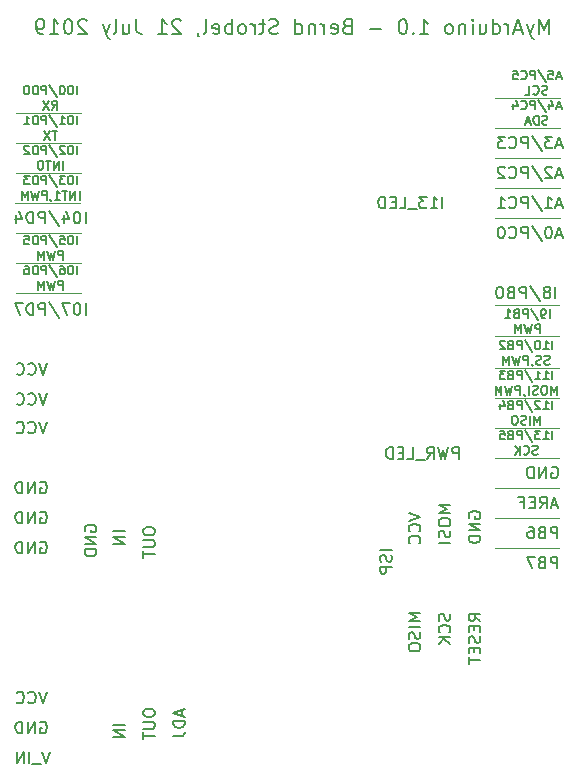
<source format=gbr>
G04 #@! TF.GenerationSoftware,KiCad,Pcbnew,(5.1.2)-2*
G04 #@! TF.CreationDate,2019-07-21T13:35:31+02:00*
G04 #@! TF.ProjectId,MyArduino,4d794172-6475-4696-9e6f-2e6b69636164,rev?*
G04 #@! TF.SameCoordinates,Original*
G04 #@! TF.FileFunction,Legend,Bot*
G04 #@! TF.FilePolarity,Positive*
%FSLAX46Y46*%
G04 Gerber Fmt 4.6, Leading zero omitted, Abs format (unit mm)*
G04 Created by KiCad (PCBNEW (5.1.2)-2) date 2019-07-21 13:35:31*
%MOMM*%
%LPD*%
G04 APERTURE LIST*
%ADD10C,0.150000*%
%ADD11C,0.120000*%
G04 APERTURE END LIST*
D10*
X131722476Y-90622380D02*
X131722476Y-89622380D01*
X130722476Y-90622380D02*
X131293904Y-90622380D01*
X131008190Y-90622380D02*
X131008190Y-89622380D01*
X131103428Y-89765238D01*
X131198666Y-89860476D01*
X131293904Y-89908095D01*
X130389142Y-89622380D02*
X129770095Y-89622380D01*
X130103428Y-90003333D01*
X129960571Y-90003333D01*
X129865333Y-90050952D01*
X129817714Y-90098571D01*
X129770095Y-90193809D01*
X129770095Y-90431904D01*
X129817714Y-90527142D01*
X129865333Y-90574761D01*
X129960571Y-90622380D01*
X130246285Y-90622380D01*
X130341523Y-90574761D01*
X130389142Y-90527142D01*
X129579619Y-90717619D02*
X128817714Y-90717619D01*
X128103428Y-90622380D02*
X128579619Y-90622380D01*
X128579619Y-89622380D01*
X127770095Y-90098571D02*
X127436761Y-90098571D01*
X127293904Y-90622380D02*
X127770095Y-90622380D01*
X127770095Y-89622380D01*
X127293904Y-89622380D01*
X126865333Y-90622380D02*
X126865333Y-89622380D01*
X126627238Y-89622380D01*
X126484380Y-89670000D01*
X126389142Y-89765238D01*
X126341523Y-89860476D01*
X126293904Y-90050952D01*
X126293904Y-90193809D01*
X126341523Y-90384285D01*
X126389142Y-90479523D01*
X126484380Y-90574761D01*
X126627238Y-90622380D01*
X126865333Y-90622380D01*
X133119428Y-111831380D02*
X133119428Y-110831380D01*
X132738476Y-110831380D01*
X132643238Y-110879000D01*
X132595619Y-110926619D01*
X132548000Y-111021857D01*
X132548000Y-111164714D01*
X132595619Y-111259952D01*
X132643238Y-111307571D01*
X132738476Y-111355190D01*
X133119428Y-111355190D01*
X132214666Y-110831380D02*
X131976571Y-111831380D01*
X131786095Y-111117095D01*
X131595619Y-111831380D01*
X131357523Y-110831380D01*
X130405142Y-111831380D02*
X130738476Y-111355190D01*
X130976571Y-111831380D02*
X130976571Y-110831380D01*
X130595619Y-110831380D01*
X130500380Y-110879000D01*
X130452761Y-110926619D01*
X130405142Y-111021857D01*
X130405142Y-111164714D01*
X130452761Y-111259952D01*
X130500380Y-111307571D01*
X130595619Y-111355190D01*
X130976571Y-111355190D01*
X130214666Y-111926619D02*
X129452761Y-111926619D01*
X128738476Y-111831380D02*
X129214666Y-111831380D01*
X129214666Y-110831380D01*
X128405142Y-111307571D02*
X128071809Y-111307571D01*
X127928952Y-111831380D02*
X128405142Y-111831380D01*
X128405142Y-110831380D01*
X127928952Y-110831380D01*
X127500380Y-111831380D02*
X127500380Y-110831380D01*
X127262285Y-110831380D01*
X127119428Y-110879000D01*
X127024190Y-110974238D01*
X126976571Y-111069476D01*
X126928952Y-111259952D01*
X126928952Y-111402809D01*
X126976571Y-111593285D01*
X127024190Y-111688523D01*
X127119428Y-111783761D01*
X127262285Y-111831380D01*
X127500380Y-111831380D01*
X141735714Y-82037500D02*
X141378571Y-82037500D01*
X141807142Y-82251785D02*
X141557142Y-81501785D01*
X141307142Y-82251785D01*
X140735714Y-81751785D02*
X140735714Y-82251785D01*
X140914285Y-81466071D02*
X141092857Y-82001785D01*
X140628571Y-82001785D01*
X139807142Y-81466071D02*
X140450000Y-82430357D01*
X139557142Y-82251785D02*
X139557142Y-81501785D01*
X139271428Y-81501785D01*
X139200000Y-81537500D01*
X139164285Y-81573214D01*
X139128571Y-81644642D01*
X139128571Y-81751785D01*
X139164285Y-81823214D01*
X139200000Y-81858928D01*
X139271428Y-81894642D01*
X139557142Y-81894642D01*
X138378571Y-82180357D02*
X138414285Y-82216071D01*
X138521428Y-82251785D01*
X138592857Y-82251785D01*
X138700000Y-82216071D01*
X138771428Y-82144642D01*
X138807142Y-82073214D01*
X138842857Y-81930357D01*
X138842857Y-81823214D01*
X138807142Y-81680357D01*
X138771428Y-81608928D01*
X138700000Y-81537500D01*
X138592857Y-81501785D01*
X138521428Y-81501785D01*
X138414285Y-81537500D01*
X138378571Y-81573214D01*
X137735714Y-81751785D02*
X137735714Y-82251785D01*
X137914285Y-81466071D02*
X138092857Y-82001785D01*
X137628571Y-82001785D01*
X140610714Y-83491071D02*
X140503571Y-83526785D01*
X140325000Y-83526785D01*
X140253571Y-83491071D01*
X140217857Y-83455357D01*
X140182142Y-83383928D01*
X140182142Y-83312500D01*
X140217857Y-83241071D01*
X140253571Y-83205357D01*
X140325000Y-83169642D01*
X140467857Y-83133928D01*
X140539285Y-83098214D01*
X140575000Y-83062500D01*
X140610714Y-82991071D01*
X140610714Y-82919642D01*
X140575000Y-82848214D01*
X140539285Y-82812500D01*
X140467857Y-82776785D01*
X140289285Y-82776785D01*
X140182142Y-82812500D01*
X139860714Y-83526785D02*
X139860714Y-82776785D01*
X139682142Y-82776785D01*
X139575000Y-82812500D01*
X139503571Y-82883928D01*
X139467857Y-82955357D01*
X139432142Y-83098214D01*
X139432142Y-83205357D01*
X139467857Y-83348214D01*
X139503571Y-83419642D01*
X139575000Y-83491071D01*
X139682142Y-83526785D01*
X139860714Y-83526785D01*
X139146428Y-83312500D02*
X138789285Y-83312500D01*
X139217857Y-83526785D02*
X138967857Y-82776785D01*
X138717857Y-83526785D01*
X141735714Y-79497500D02*
X141378571Y-79497500D01*
X141807142Y-79711785D02*
X141557142Y-78961785D01*
X141307142Y-79711785D01*
X140700000Y-78961785D02*
X141057142Y-78961785D01*
X141092857Y-79318928D01*
X141057142Y-79283214D01*
X140985714Y-79247500D01*
X140807142Y-79247500D01*
X140735714Y-79283214D01*
X140700000Y-79318928D01*
X140664285Y-79390357D01*
X140664285Y-79568928D01*
X140700000Y-79640357D01*
X140735714Y-79676071D01*
X140807142Y-79711785D01*
X140985714Y-79711785D01*
X141057142Y-79676071D01*
X141092857Y-79640357D01*
X139807142Y-78926071D02*
X140450000Y-79890357D01*
X139557142Y-79711785D02*
X139557142Y-78961785D01*
X139271428Y-78961785D01*
X139200000Y-78997500D01*
X139164285Y-79033214D01*
X139128571Y-79104642D01*
X139128571Y-79211785D01*
X139164285Y-79283214D01*
X139200000Y-79318928D01*
X139271428Y-79354642D01*
X139557142Y-79354642D01*
X138378571Y-79640357D02*
X138414285Y-79676071D01*
X138521428Y-79711785D01*
X138592857Y-79711785D01*
X138700000Y-79676071D01*
X138771428Y-79604642D01*
X138807142Y-79533214D01*
X138842857Y-79390357D01*
X138842857Y-79283214D01*
X138807142Y-79140357D01*
X138771428Y-79068928D01*
X138700000Y-78997500D01*
X138592857Y-78961785D01*
X138521428Y-78961785D01*
X138414285Y-78997500D01*
X138378571Y-79033214D01*
X137700000Y-78961785D02*
X138057142Y-78961785D01*
X138092857Y-79318928D01*
X138057142Y-79283214D01*
X137985714Y-79247500D01*
X137807142Y-79247500D01*
X137735714Y-79283214D01*
X137700000Y-79318928D01*
X137664285Y-79390357D01*
X137664285Y-79568928D01*
X137700000Y-79640357D01*
X137735714Y-79676071D01*
X137807142Y-79711785D01*
X137985714Y-79711785D01*
X138057142Y-79676071D01*
X138092857Y-79640357D01*
X140592857Y-80951071D02*
X140485714Y-80986785D01*
X140307142Y-80986785D01*
X140235714Y-80951071D01*
X140200000Y-80915357D01*
X140164285Y-80843928D01*
X140164285Y-80772500D01*
X140200000Y-80701071D01*
X140235714Y-80665357D01*
X140307142Y-80629642D01*
X140450000Y-80593928D01*
X140521428Y-80558214D01*
X140557142Y-80522500D01*
X140592857Y-80451071D01*
X140592857Y-80379642D01*
X140557142Y-80308214D01*
X140521428Y-80272500D01*
X140450000Y-80236785D01*
X140271428Y-80236785D01*
X140164285Y-80272500D01*
X139414285Y-80915357D02*
X139450000Y-80951071D01*
X139557142Y-80986785D01*
X139628571Y-80986785D01*
X139735714Y-80951071D01*
X139807142Y-80879642D01*
X139842857Y-80808214D01*
X139878571Y-80665357D01*
X139878571Y-80558214D01*
X139842857Y-80415357D01*
X139807142Y-80343928D01*
X139735714Y-80272500D01*
X139628571Y-80236785D01*
X139557142Y-80236785D01*
X139450000Y-80272500D01*
X139414285Y-80308214D01*
X138735714Y-80986785D02*
X139092857Y-80986785D01*
X139092857Y-80236785D01*
X100766285Y-96221785D02*
X100766285Y-95471785D01*
X100266285Y-95471785D02*
X100194857Y-95471785D01*
X100123428Y-95507500D01*
X100087714Y-95543214D01*
X100052000Y-95614642D01*
X100016285Y-95757500D01*
X100016285Y-95936071D01*
X100052000Y-96078928D01*
X100087714Y-96150357D01*
X100123428Y-96186071D01*
X100194857Y-96221785D01*
X100266285Y-96221785D01*
X100337714Y-96186071D01*
X100373428Y-96150357D01*
X100409142Y-96078928D01*
X100444857Y-95936071D01*
X100444857Y-95757500D01*
X100409142Y-95614642D01*
X100373428Y-95543214D01*
X100337714Y-95507500D01*
X100266285Y-95471785D01*
X99373428Y-95471785D02*
X99516285Y-95471785D01*
X99587714Y-95507500D01*
X99623428Y-95543214D01*
X99694857Y-95650357D01*
X99730571Y-95793214D01*
X99730571Y-96078928D01*
X99694857Y-96150357D01*
X99659142Y-96186071D01*
X99587714Y-96221785D01*
X99444857Y-96221785D01*
X99373428Y-96186071D01*
X99337714Y-96150357D01*
X99302000Y-96078928D01*
X99302000Y-95900357D01*
X99337714Y-95828928D01*
X99373428Y-95793214D01*
X99444857Y-95757500D01*
X99587714Y-95757500D01*
X99659142Y-95793214D01*
X99694857Y-95828928D01*
X99730571Y-95900357D01*
X98444857Y-95436071D02*
X99087714Y-96400357D01*
X98194857Y-96221785D02*
X98194857Y-95471785D01*
X97909142Y-95471785D01*
X97837714Y-95507500D01*
X97802000Y-95543214D01*
X97766285Y-95614642D01*
X97766285Y-95721785D01*
X97802000Y-95793214D01*
X97837714Y-95828928D01*
X97909142Y-95864642D01*
X98194857Y-95864642D01*
X97444857Y-96221785D02*
X97444857Y-95471785D01*
X97266285Y-95471785D01*
X97159142Y-95507500D01*
X97087714Y-95578928D01*
X97052000Y-95650357D01*
X97016285Y-95793214D01*
X97016285Y-95900357D01*
X97052000Y-96043214D01*
X97087714Y-96114642D01*
X97159142Y-96186071D01*
X97266285Y-96221785D01*
X97444857Y-96221785D01*
X96373428Y-95471785D02*
X96516285Y-95471785D01*
X96587714Y-95507500D01*
X96623428Y-95543214D01*
X96694857Y-95650357D01*
X96730571Y-95793214D01*
X96730571Y-96078928D01*
X96694857Y-96150357D01*
X96659142Y-96186071D01*
X96587714Y-96221785D01*
X96444857Y-96221785D01*
X96373428Y-96186071D01*
X96337714Y-96150357D01*
X96302000Y-96078928D01*
X96302000Y-95900357D01*
X96337714Y-95828928D01*
X96373428Y-95793214D01*
X96444857Y-95757500D01*
X96587714Y-95757500D01*
X96659142Y-95793214D01*
X96694857Y-95828928D01*
X96730571Y-95900357D01*
X99605571Y-97496785D02*
X99605571Y-96746785D01*
X99319857Y-96746785D01*
X99248428Y-96782500D01*
X99212714Y-96818214D01*
X99177000Y-96889642D01*
X99177000Y-96996785D01*
X99212714Y-97068214D01*
X99248428Y-97103928D01*
X99319857Y-97139642D01*
X99605571Y-97139642D01*
X98927000Y-96746785D02*
X98748428Y-97496785D01*
X98605571Y-96961071D01*
X98462714Y-97496785D01*
X98284142Y-96746785D01*
X97998428Y-97496785D02*
X97998428Y-96746785D01*
X97748428Y-97282500D01*
X97498428Y-96746785D01*
X97498428Y-97496785D01*
X100766285Y-93681785D02*
X100766285Y-92931785D01*
X100266285Y-92931785D02*
X100194857Y-92931785D01*
X100123428Y-92967500D01*
X100087714Y-93003214D01*
X100052000Y-93074642D01*
X100016285Y-93217500D01*
X100016285Y-93396071D01*
X100052000Y-93538928D01*
X100087714Y-93610357D01*
X100123428Y-93646071D01*
X100194857Y-93681785D01*
X100266285Y-93681785D01*
X100337714Y-93646071D01*
X100373428Y-93610357D01*
X100409142Y-93538928D01*
X100444857Y-93396071D01*
X100444857Y-93217500D01*
X100409142Y-93074642D01*
X100373428Y-93003214D01*
X100337714Y-92967500D01*
X100266285Y-92931785D01*
X99337714Y-92931785D02*
X99694857Y-92931785D01*
X99730571Y-93288928D01*
X99694857Y-93253214D01*
X99623428Y-93217500D01*
X99444857Y-93217500D01*
X99373428Y-93253214D01*
X99337714Y-93288928D01*
X99302000Y-93360357D01*
X99302000Y-93538928D01*
X99337714Y-93610357D01*
X99373428Y-93646071D01*
X99444857Y-93681785D01*
X99623428Y-93681785D01*
X99694857Y-93646071D01*
X99730571Y-93610357D01*
X98444857Y-92896071D02*
X99087714Y-93860357D01*
X98194857Y-93681785D02*
X98194857Y-92931785D01*
X97909142Y-92931785D01*
X97837714Y-92967500D01*
X97802000Y-93003214D01*
X97766285Y-93074642D01*
X97766285Y-93181785D01*
X97802000Y-93253214D01*
X97837714Y-93288928D01*
X97909142Y-93324642D01*
X98194857Y-93324642D01*
X97444857Y-93681785D02*
X97444857Y-92931785D01*
X97266285Y-92931785D01*
X97159142Y-92967500D01*
X97087714Y-93038928D01*
X97052000Y-93110357D01*
X97016285Y-93253214D01*
X97016285Y-93360357D01*
X97052000Y-93503214D01*
X97087714Y-93574642D01*
X97159142Y-93646071D01*
X97266285Y-93681785D01*
X97444857Y-93681785D01*
X96337714Y-92931785D02*
X96694857Y-92931785D01*
X96730571Y-93288928D01*
X96694857Y-93253214D01*
X96623428Y-93217500D01*
X96444857Y-93217500D01*
X96373428Y-93253214D01*
X96337714Y-93288928D01*
X96302000Y-93360357D01*
X96302000Y-93538928D01*
X96337714Y-93610357D01*
X96373428Y-93646071D01*
X96444857Y-93681785D01*
X96623428Y-93681785D01*
X96694857Y-93646071D01*
X96730571Y-93610357D01*
X99605571Y-94956785D02*
X99605571Y-94206785D01*
X99319857Y-94206785D01*
X99248428Y-94242500D01*
X99212714Y-94278214D01*
X99177000Y-94349642D01*
X99177000Y-94456785D01*
X99212714Y-94528214D01*
X99248428Y-94563928D01*
X99319857Y-94599642D01*
X99605571Y-94599642D01*
X98927000Y-94206785D02*
X98748428Y-94956785D01*
X98605571Y-94421071D01*
X98462714Y-94956785D01*
X98284142Y-94206785D01*
X97998428Y-94956785D02*
X97998428Y-94206785D01*
X97748428Y-94742500D01*
X97498428Y-94206785D01*
X97498428Y-94956785D01*
X100766285Y-88601785D02*
X100766285Y-87851785D01*
X100266285Y-87851785D02*
X100194857Y-87851785D01*
X100123428Y-87887500D01*
X100087714Y-87923214D01*
X100052000Y-87994642D01*
X100016285Y-88137500D01*
X100016285Y-88316071D01*
X100052000Y-88458928D01*
X100087714Y-88530357D01*
X100123428Y-88566071D01*
X100194857Y-88601785D01*
X100266285Y-88601785D01*
X100337714Y-88566071D01*
X100373428Y-88530357D01*
X100409142Y-88458928D01*
X100444857Y-88316071D01*
X100444857Y-88137500D01*
X100409142Y-87994642D01*
X100373428Y-87923214D01*
X100337714Y-87887500D01*
X100266285Y-87851785D01*
X99766285Y-87851785D02*
X99302000Y-87851785D01*
X99552000Y-88137500D01*
X99444857Y-88137500D01*
X99373428Y-88173214D01*
X99337714Y-88208928D01*
X99302000Y-88280357D01*
X99302000Y-88458928D01*
X99337714Y-88530357D01*
X99373428Y-88566071D01*
X99444857Y-88601785D01*
X99659142Y-88601785D01*
X99730571Y-88566071D01*
X99766285Y-88530357D01*
X98444857Y-87816071D02*
X99087714Y-88780357D01*
X98194857Y-88601785D02*
X98194857Y-87851785D01*
X97909142Y-87851785D01*
X97837714Y-87887500D01*
X97802000Y-87923214D01*
X97766285Y-87994642D01*
X97766285Y-88101785D01*
X97802000Y-88173214D01*
X97837714Y-88208928D01*
X97909142Y-88244642D01*
X98194857Y-88244642D01*
X97444857Y-88601785D02*
X97444857Y-87851785D01*
X97266285Y-87851785D01*
X97159142Y-87887500D01*
X97087714Y-87958928D01*
X97052000Y-88030357D01*
X97016285Y-88173214D01*
X97016285Y-88280357D01*
X97052000Y-88423214D01*
X97087714Y-88494642D01*
X97159142Y-88566071D01*
X97266285Y-88601785D01*
X97444857Y-88601785D01*
X96766285Y-87851785D02*
X96302000Y-87851785D01*
X96552000Y-88137500D01*
X96444857Y-88137500D01*
X96373428Y-88173214D01*
X96337714Y-88208928D01*
X96302000Y-88280357D01*
X96302000Y-88458928D01*
X96337714Y-88530357D01*
X96373428Y-88566071D01*
X96444857Y-88601785D01*
X96659142Y-88601785D01*
X96730571Y-88566071D01*
X96766285Y-88530357D01*
X100998428Y-89876785D02*
X100998428Y-89126785D01*
X100641285Y-89876785D02*
X100641285Y-89126785D01*
X100212714Y-89876785D01*
X100212714Y-89126785D01*
X99962714Y-89126785D02*
X99534142Y-89126785D01*
X99748428Y-89876785D02*
X99748428Y-89126785D01*
X98891285Y-89876785D02*
X99319857Y-89876785D01*
X99105571Y-89876785D02*
X99105571Y-89126785D01*
X99177000Y-89233928D01*
X99248428Y-89305357D01*
X99319857Y-89341071D01*
X98534142Y-89841071D02*
X98534142Y-89876785D01*
X98569857Y-89948214D01*
X98605571Y-89983928D01*
X98212714Y-89876785D02*
X98212714Y-89126785D01*
X97927000Y-89126785D01*
X97855571Y-89162500D01*
X97819857Y-89198214D01*
X97784142Y-89269642D01*
X97784142Y-89376785D01*
X97819857Y-89448214D01*
X97855571Y-89483928D01*
X97927000Y-89519642D01*
X98212714Y-89519642D01*
X97534142Y-89126785D02*
X97355571Y-89876785D01*
X97212714Y-89341071D01*
X97069857Y-89876785D01*
X96891285Y-89126785D01*
X96605571Y-89876785D02*
X96605571Y-89126785D01*
X96355571Y-89662500D01*
X96105571Y-89126785D01*
X96105571Y-89876785D01*
X100766285Y-86061785D02*
X100766285Y-85311785D01*
X100266285Y-85311785D02*
X100194857Y-85311785D01*
X100123428Y-85347500D01*
X100087714Y-85383214D01*
X100052000Y-85454642D01*
X100016285Y-85597500D01*
X100016285Y-85776071D01*
X100052000Y-85918928D01*
X100087714Y-85990357D01*
X100123428Y-86026071D01*
X100194857Y-86061785D01*
X100266285Y-86061785D01*
X100337714Y-86026071D01*
X100373428Y-85990357D01*
X100409142Y-85918928D01*
X100444857Y-85776071D01*
X100444857Y-85597500D01*
X100409142Y-85454642D01*
X100373428Y-85383214D01*
X100337714Y-85347500D01*
X100266285Y-85311785D01*
X99730571Y-85383214D02*
X99694857Y-85347500D01*
X99623428Y-85311785D01*
X99444857Y-85311785D01*
X99373428Y-85347500D01*
X99337714Y-85383214D01*
X99302000Y-85454642D01*
X99302000Y-85526071D01*
X99337714Y-85633214D01*
X99766285Y-86061785D01*
X99302000Y-86061785D01*
X98444857Y-85276071D02*
X99087714Y-86240357D01*
X98194857Y-86061785D02*
X98194857Y-85311785D01*
X97909142Y-85311785D01*
X97837714Y-85347500D01*
X97802000Y-85383214D01*
X97766285Y-85454642D01*
X97766285Y-85561785D01*
X97802000Y-85633214D01*
X97837714Y-85668928D01*
X97909142Y-85704642D01*
X98194857Y-85704642D01*
X97444857Y-86061785D02*
X97444857Y-85311785D01*
X97266285Y-85311785D01*
X97159142Y-85347500D01*
X97087714Y-85418928D01*
X97052000Y-85490357D01*
X97016285Y-85633214D01*
X97016285Y-85740357D01*
X97052000Y-85883214D01*
X97087714Y-85954642D01*
X97159142Y-86026071D01*
X97266285Y-86061785D01*
X97444857Y-86061785D01*
X96730571Y-85383214D02*
X96694857Y-85347500D01*
X96623428Y-85311785D01*
X96444857Y-85311785D01*
X96373428Y-85347500D01*
X96337714Y-85383214D01*
X96302000Y-85454642D01*
X96302000Y-85526071D01*
X96337714Y-85633214D01*
X96766285Y-86061785D01*
X96302000Y-86061785D01*
X99587714Y-87336785D02*
X99587714Y-86586785D01*
X99230571Y-87336785D02*
X99230571Y-86586785D01*
X98802000Y-87336785D01*
X98802000Y-86586785D01*
X98552000Y-86586785D02*
X98123428Y-86586785D01*
X98337714Y-87336785D02*
X98337714Y-86586785D01*
X97730571Y-86586785D02*
X97659142Y-86586785D01*
X97587714Y-86622500D01*
X97552000Y-86658214D01*
X97516285Y-86729642D01*
X97480571Y-86872500D01*
X97480571Y-87051071D01*
X97516285Y-87193928D01*
X97552000Y-87265357D01*
X97587714Y-87301071D01*
X97659142Y-87336785D01*
X97730571Y-87336785D01*
X97802000Y-87301071D01*
X97837714Y-87265357D01*
X97873428Y-87193928D01*
X97909142Y-87051071D01*
X97909142Y-86872500D01*
X97873428Y-86729642D01*
X97837714Y-86658214D01*
X97802000Y-86622500D01*
X97730571Y-86586785D01*
X100766285Y-83521785D02*
X100766285Y-82771785D01*
X100266285Y-82771785D02*
X100194857Y-82771785D01*
X100123428Y-82807500D01*
X100087714Y-82843214D01*
X100052000Y-82914642D01*
X100016285Y-83057500D01*
X100016285Y-83236071D01*
X100052000Y-83378928D01*
X100087714Y-83450357D01*
X100123428Y-83486071D01*
X100194857Y-83521785D01*
X100266285Y-83521785D01*
X100337714Y-83486071D01*
X100373428Y-83450357D01*
X100409142Y-83378928D01*
X100444857Y-83236071D01*
X100444857Y-83057500D01*
X100409142Y-82914642D01*
X100373428Y-82843214D01*
X100337714Y-82807500D01*
X100266285Y-82771785D01*
X99302000Y-83521785D02*
X99730571Y-83521785D01*
X99516285Y-83521785D02*
X99516285Y-82771785D01*
X99587714Y-82878928D01*
X99659142Y-82950357D01*
X99730571Y-82986071D01*
X98444857Y-82736071D02*
X99087714Y-83700357D01*
X98194857Y-83521785D02*
X98194857Y-82771785D01*
X97909142Y-82771785D01*
X97837714Y-82807500D01*
X97802000Y-82843214D01*
X97766285Y-82914642D01*
X97766285Y-83021785D01*
X97802000Y-83093214D01*
X97837714Y-83128928D01*
X97909142Y-83164642D01*
X98194857Y-83164642D01*
X97444857Y-83521785D02*
X97444857Y-82771785D01*
X97266285Y-82771785D01*
X97159142Y-82807500D01*
X97087714Y-82878928D01*
X97052000Y-82950357D01*
X97016285Y-83093214D01*
X97016285Y-83200357D01*
X97052000Y-83343214D01*
X97087714Y-83414642D01*
X97159142Y-83486071D01*
X97266285Y-83521785D01*
X97444857Y-83521785D01*
X96302000Y-83521785D02*
X96730571Y-83521785D01*
X96516285Y-83521785D02*
X96516285Y-82771785D01*
X96587714Y-82878928D01*
X96659142Y-82950357D01*
X96730571Y-82986071D01*
X99123428Y-84046785D02*
X98694857Y-84046785D01*
X98909142Y-84796785D02*
X98909142Y-84046785D01*
X98516285Y-84046785D02*
X98016285Y-84796785D01*
X98016285Y-84046785D02*
X98516285Y-84796785D01*
X100766285Y-80981785D02*
X100766285Y-80231785D01*
X100266285Y-80231785D02*
X100194857Y-80231785D01*
X100123428Y-80267500D01*
X100087714Y-80303214D01*
X100052000Y-80374642D01*
X100016285Y-80517500D01*
X100016285Y-80696071D01*
X100052000Y-80838928D01*
X100087714Y-80910357D01*
X100123428Y-80946071D01*
X100194857Y-80981785D01*
X100266285Y-80981785D01*
X100337714Y-80946071D01*
X100373428Y-80910357D01*
X100409142Y-80838928D01*
X100444857Y-80696071D01*
X100444857Y-80517500D01*
X100409142Y-80374642D01*
X100373428Y-80303214D01*
X100337714Y-80267500D01*
X100266285Y-80231785D01*
X99552000Y-80231785D02*
X99480571Y-80231785D01*
X99409142Y-80267500D01*
X99373428Y-80303214D01*
X99337714Y-80374642D01*
X99302000Y-80517500D01*
X99302000Y-80696071D01*
X99337714Y-80838928D01*
X99373428Y-80910357D01*
X99409142Y-80946071D01*
X99480571Y-80981785D01*
X99552000Y-80981785D01*
X99623428Y-80946071D01*
X99659142Y-80910357D01*
X99694857Y-80838928D01*
X99730571Y-80696071D01*
X99730571Y-80517500D01*
X99694857Y-80374642D01*
X99659142Y-80303214D01*
X99623428Y-80267500D01*
X99552000Y-80231785D01*
X98444857Y-80196071D02*
X99087714Y-81160357D01*
X98194857Y-80981785D02*
X98194857Y-80231785D01*
X97909142Y-80231785D01*
X97837714Y-80267500D01*
X97802000Y-80303214D01*
X97766285Y-80374642D01*
X97766285Y-80481785D01*
X97802000Y-80553214D01*
X97837714Y-80588928D01*
X97909142Y-80624642D01*
X98194857Y-80624642D01*
X97444857Y-80981785D02*
X97444857Y-80231785D01*
X97266285Y-80231785D01*
X97159142Y-80267500D01*
X97087714Y-80338928D01*
X97052000Y-80410357D01*
X97016285Y-80553214D01*
X97016285Y-80660357D01*
X97052000Y-80803214D01*
X97087714Y-80874642D01*
X97159142Y-80946071D01*
X97266285Y-80981785D01*
X97444857Y-80981785D01*
X96552000Y-80231785D02*
X96480571Y-80231785D01*
X96409142Y-80267500D01*
X96373428Y-80303214D01*
X96337714Y-80374642D01*
X96302000Y-80517500D01*
X96302000Y-80696071D01*
X96337714Y-80838928D01*
X96373428Y-80910357D01*
X96409142Y-80946071D01*
X96480571Y-80981785D01*
X96552000Y-80981785D01*
X96623428Y-80946071D01*
X96659142Y-80910357D01*
X96694857Y-80838928D01*
X96730571Y-80696071D01*
X96730571Y-80517500D01*
X96694857Y-80374642D01*
X96659142Y-80303214D01*
X96623428Y-80267500D01*
X96552000Y-80231785D01*
X98677000Y-82256785D02*
X98927000Y-81899642D01*
X99105571Y-82256785D02*
X99105571Y-81506785D01*
X98819857Y-81506785D01*
X98748428Y-81542500D01*
X98712714Y-81578214D01*
X98677000Y-81649642D01*
X98677000Y-81756785D01*
X98712714Y-81828214D01*
X98748428Y-81863928D01*
X98819857Y-81899642D01*
X99105571Y-81899642D01*
X98427000Y-81506785D02*
X97927000Y-82256785D01*
X97927000Y-81506785D02*
X98427000Y-82256785D01*
X98234333Y-103719380D02*
X97901000Y-104719380D01*
X97567666Y-103719380D01*
X96662904Y-104624142D02*
X96710523Y-104671761D01*
X96853380Y-104719380D01*
X96948619Y-104719380D01*
X97091476Y-104671761D01*
X97186714Y-104576523D01*
X97234333Y-104481285D01*
X97281952Y-104290809D01*
X97281952Y-104147952D01*
X97234333Y-103957476D01*
X97186714Y-103862238D01*
X97091476Y-103767000D01*
X96948619Y-103719380D01*
X96853380Y-103719380D01*
X96710523Y-103767000D01*
X96662904Y-103814619D01*
X95662904Y-104624142D02*
X95710523Y-104671761D01*
X95853380Y-104719380D01*
X95948619Y-104719380D01*
X96091476Y-104671761D01*
X96186714Y-104576523D01*
X96234333Y-104481285D01*
X96281952Y-104290809D01*
X96281952Y-104147952D01*
X96234333Y-103957476D01*
X96186714Y-103862238D01*
X96091476Y-103767000D01*
X95948619Y-103719380D01*
X95853380Y-103719380D01*
X95710523Y-103767000D01*
X95662904Y-103814619D01*
X98234333Y-106259380D02*
X97901000Y-107259380D01*
X97567666Y-106259380D01*
X96662904Y-107164142D02*
X96710523Y-107211761D01*
X96853380Y-107259380D01*
X96948619Y-107259380D01*
X97091476Y-107211761D01*
X97186714Y-107116523D01*
X97234333Y-107021285D01*
X97281952Y-106830809D01*
X97281952Y-106687952D01*
X97234333Y-106497476D01*
X97186714Y-106402238D01*
X97091476Y-106307000D01*
X96948619Y-106259380D01*
X96853380Y-106259380D01*
X96710523Y-106307000D01*
X96662904Y-106354619D01*
X95662904Y-107164142D02*
X95710523Y-107211761D01*
X95853380Y-107259380D01*
X95948619Y-107259380D01*
X96091476Y-107211761D01*
X96186714Y-107116523D01*
X96234333Y-107021285D01*
X96281952Y-106830809D01*
X96281952Y-106687952D01*
X96234333Y-106497476D01*
X96186714Y-106402238D01*
X96091476Y-106307000D01*
X95948619Y-106259380D01*
X95853380Y-106259380D01*
X95710523Y-106307000D01*
X95662904Y-106354619D01*
X98234333Y-108672380D02*
X97901000Y-109672380D01*
X97567666Y-108672380D01*
X96662904Y-109577142D02*
X96710523Y-109624761D01*
X96853380Y-109672380D01*
X96948619Y-109672380D01*
X97091476Y-109624761D01*
X97186714Y-109529523D01*
X97234333Y-109434285D01*
X97281952Y-109243809D01*
X97281952Y-109100952D01*
X97234333Y-108910476D01*
X97186714Y-108815238D01*
X97091476Y-108720000D01*
X96948619Y-108672380D01*
X96853380Y-108672380D01*
X96710523Y-108720000D01*
X96662904Y-108767619D01*
X95662904Y-109577142D02*
X95710523Y-109624761D01*
X95853380Y-109672380D01*
X95948619Y-109672380D01*
X96091476Y-109624761D01*
X96186714Y-109529523D01*
X96234333Y-109434285D01*
X96281952Y-109243809D01*
X96281952Y-109100952D01*
X96234333Y-108910476D01*
X96186714Y-108815238D01*
X96091476Y-108720000D01*
X95948619Y-108672380D01*
X95853380Y-108672380D01*
X95710523Y-108720000D01*
X95662904Y-108767619D01*
X97662904Y-113800000D02*
X97758142Y-113752380D01*
X97901000Y-113752380D01*
X98043857Y-113800000D01*
X98139095Y-113895238D01*
X98186714Y-113990476D01*
X98234333Y-114180952D01*
X98234333Y-114323809D01*
X98186714Y-114514285D01*
X98139095Y-114609523D01*
X98043857Y-114704761D01*
X97901000Y-114752380D01*
X97805761Y-114752380D01*
X97662904Y-114704761D01*
X97615285Y-114657142D01*
X97615285Y-114323809D01*
X97805761Y-114323809D01*
X97186714Y-114752380D02*
X97186714Y-113752380D01*
X96615285Y-114752380D01*
X96615285Y-113752380D01*
X96139095Y-114752380D02*
X96139095Y-113752380D01*
X95901000Y-113752380D01*
X95758142Y-113800000D01*
X95662904Y-113895238D01*
X95615285Y-113990476D01*
X95567666Y-114180952D01*
X95567666Y-114323809D01*
X95615285Y-114514285D01*
X95662904Y-114609523D01*
X95758142Y-114704761D01*
X95901000Y-114752380D01*
X96139095Y-114752380D01*
X97662904Y-116340000D02*
X97758142Y-116292380D01*
X97901000Y-116292380D01*
X98043857Y-116340000D01*
X98139095Y-116435238D01*
X98186714Y-116530476D01*
X98234333Y-116720952D01*
X98234333Y-116863809D01*
X98186714Y-117054285D01*
X98139095Y-117149523D01*
X98043857Y-117244761D01*
X97901000Y-117292380D01*
X97805761Y-117292380D01*
X97662904Y-117244761D01*
X97615285Y-117197142D01*
X97615285Y-116863809D01*
X97805761Y-116863809D01*
X97186714Y-117292380D02*
X97186714Y-116292380D01*
X96615285Y-117292380D01*
X96615285Y-116292380D01*
X96139095Y-117292380D02*
X96139095Y-116292380D01*
X95901000Y-116292380D01*
X95758142Y-116340000D01*
X95662904Y-116435238D01*
X95615285Y-116530476D01*
X95567666Y-116720952D01*
X95567666Y-116863809D01*
X95615285Y-117054285D01*
X95662904Y-117149523D01*
X95758142Y-117244761D01*
X95901000Y-117292380D01*
X96139095Y-117292380D01*
X97662904Y-118880000D02*
X97758142Y-118832380D01*
X97901000Y-118832380D01*
X98043857Y-118880000D01*
X98139095Y-118975238D01*
X98186714Y-119070476D01*
X98234333Y-119260952D01*
X98234333Y-119403809D01*
X98186714Y-119594285D01*
X98139095Y-119689523D01*
X98043857Y-119784761D01*
X97901000Y-119832380D01*
X97805761Y-119832380D01*
X97662904Y-119784761D01*
X97615285Y-119737142D01*
X97615285Y-119403809D01*
X97805761Y-119403809D01*
X97186714Y-119832380D02*
X97186714Y-118832380D01*
X96615285Y-119832380D01*
X96615285Y-118832380D01*
X96139095Y-119832380D02*
X96139095Y-118832380D01*
X95901000Y-118832380D01*
X95758142Y-118880000D01*
X95662904Y-118975238D01*
X95615285Y-119070476D01*
X95567666Y-119260952D01*
X95567666Y-119403809D01*
X95615285Y-119594285D01*
X95662904Y-119689523D01*
X95758142Y-119784761D01*
X95901000Y-119832380D01*
X96139095Y-119832380D01*
X106386380Y-117872000D02*
X106386380Y-118062476D01*
X106434000Y-118157714D01*
X106529238Y-118252952D01*
X106719714Y-118300571D01*
X107053047Y-118300571D01*
X107243523Y-118252952D01*
X107338761Y-118157714D01*
X107386380Y-118062476D01*
X107386380Y-117872000D01*
X107338761Y-117776761D01*
X107243523Y-117681523D01*
X107053047Y-117633904D01*
X106719714Y-117633904D01*
X106529238Y-117681523D01*
X106434000Y-117776761D01*
X106386380Y-117872000D01*
X106386380Y-118729142D02*
X107195904Y-118729142D01*
X107291142Y-118776761D01*
X107338761Y-118824380D01*
X107386380Y-118919619D01*
X107386380Y-119110095D01*
X107338761Y-119205333D01*
X107291142Y-119252952D01*
X107195904Y-119300571D01*
X106386380Y-119300571D01*
X106386380Y-119633904D02*
X106386380Y-120205333D01*
X107386380Y-119919619D02*
X106386380Y-119919619D01*
X104846380Y-117967190D02*
X103846380Y-117967190D01*
X104846380Y-118443380D02*
X103846380Y-118443380D01*
X104846380Y-119014809D01*
X103846380Y-119014809D01*
X101481000Y-117983095D02*
X101433380Y-117887857D01*
X101433380Y-117745000D01*
X101481000Y-117602142D01*
X101576238Y-117506904D01*
X101671476Y-117459285D01*
X101861952Y-117411666D01*
X102004809Y-117411666D01*
X102195285Y-117459285D01*
X102290523Y-117506904D01*
X102385761Y-117602142D01*
X102433380Y-117745000D01*
X102433380Y-117840238D01*
X102385761Y-117983095D01*
X102338142Y-118030714D01*
X102004809Y-118030714D01*
X102004809Y-117840238D01*
X102433380Y-118459285D02*
X101433380Y-118459285D01*
X102433380Y-119030714D01*
X101433380Y-119030714D01*
X102433380Y-119506904D02*
X101433380Y-119506904D01*
X101433380Y-119745000D01*
X101481000Y-119887857D01*
X101576238Y-119983095D01*
X101671476Y-120030714D01*
X101861952Y-120078333D01*
X102004809Y-120078333D01*
X102195285Y-120030714D01*
X102290523Y-119983095D01*
X102385761Y-119887857D01*
X102433380Y-119745000D01*
X102433380Y-119506904D01*
X98504190Y-136612380D02*
X98170857Y-137612380D01*
X97837523Y-136612380D01*
X97742285Y-137707619D02*
X96980380Y-137707619D01*
X96742285Y-137612380D02*
X96742285Y-136612380D01*
X96266095Y-137612380D02*
X96266095Y-136612380D01*
X95694666Y-137612380D01*
X95694666Y-136612380D01*
X97662904Y-134120000D02*
X97758142Y-134072380D01*
X97901000Y-134072380D01*
X98043857Y-134120000D01*
X98139095Y-134215238D01*
X98186714Y-134310476D01*
X98234333Y-134500952D01*
X98234333Y-134643809D01*
X98186714Y-134834285D01*
X98139095Y-134929523D01*
X98043857Y-135024761D01*
X97901000Y-135072380D01*
X97805761Y-135072380D01*
X97662904Y-135024761D01*
X97615285Y-134977142D01*
X97615285Y-134643809D01*
X97805761Y-134643809D01*
X97186714Y-135072380D02*
X97186714Y-134072380D01*
X96615285Y-135072380D01*
X96615285Y-134072380D01*
X96139095Y-135072380D02*
X96139095Y-134072380D01*
X95901000Y-134072380D01*
X95758142Y-134120000D01*
X95662904Y-134215238D01*
X95615285Y-134310476D01*
X95567666Y-134500952D01*
X95567666Y-134643809D01*
X95615285Y-134834285D01*
X95662904Y-134929523D01*
X95758142Y-135024761D01*
X95901000Y-135072380D01*
X96139095Y-135072380D01*
X98234333Y-131532380D02*
X97901000Y-132532380D01*
X97567666Y-131532380D01*
X96662904Y-132437142D02*
X96710523Y-132484761D01*
X96853380Y-132532380D01*
X96948619Y-132532380D01*
X97091476Y-132484761D01*
X97186714Y-132389523D01*
X97234333Y-132294285D01*
X97281952Y-132103809D01*
X97281952Y-131960952D01*
X97234333Y-131770476D01*
X97186714Y-131675238D01*
X97091476Y-131580000D01*
X96948619Y-131532380D01*
X96853380Y-131532380D01*
X96710523Y-131580000D01*
X96662904Y-131627619D01*
X95662904Y-132437142D02*
X95710523Y-132484761D01*
X95853380Y-132532380D01*
X95948619Y-132532380D01*
X96091476Y-132484761D01*
X96186714Y-132389523D01*
X96234333Y-132294285D01*
X96281952Y-132103809D01*
X96281952Y-131960952D01*
X96234333Y-131770476D01*
X96186714Y-131675238D01*
X96091476Y-131580000D01*
X95948619Y-131532380D01*
X95853380Y-131532380D01*
X95710523Y-131580000D01*
X95662904Y-131627619D01*
X109640666Y-133119952D02*
X109640666Y-133596142D01*
X109926380Y-133024714D02*
X108926380Y-133358047D01*
X109926380Y-133691380D01*
X109926380Y-134024714D02*
X108926380Y-134024714D01*
X108926380Y-134262809D01*
X108974000Y-134405666D01*
X109069238Y-134500904D01*
X109164476Y-134548523D01*
X109354952Y-134596142D01*
X109497809Y-134596142D01*
X109688285Y-134548523D01*
X109783523Y-134500904D01*
X109878761Y-134405666D01*
X109926380Y-134262809D01*
X109926380Y-134024714D01*
X108926380Y-135310428D02*
X109640666Y-135310428D01*
X109783523Y-135262809D01*
X109878761Y-135167571D01*
X109926380Y-135024714D01*
X109926380Y-134929476D01*
X106386380Y-133239000D02*
X106386380Y-133429476D01*
X106434000Y-133524714D01*
X106529238Y-133619952D01*
X106719714Y-133667571D01*
X107053047Y-133667571D01*
X107243523Y-133619952D01*
X107338761Y-133524714D01*
X107386380Y-133429476D01*
X107386380Y-133239000D01*
X107338761Y-133143761D01*
X107243523Y-133048523D01*
X107053047Y-133000904D01*
X106719714Y-133000904D01*
X106529238Y-133048523D01*
X106434000Y-133143761D01*
X106386380Y-133239000D01*
X106386380Y-134096142D02*
X107195904Y-134096142D01*
X107291142Y-134143761D01*
X107338761Y-134191380D01*
X107386380Y-134286619D01*
X107386380Y-134477095D01*
X107338761Y-134572333D01*
X107291142Y-134619952D01*
X107195904Y-134667571D01*
X106386380Y-134667571D01*
X106386380Y-135000904D02*
X106386380Y-135572333D01*
X107386380Y-135286619D02*
X106386380Y-135286619D01*
X104846380Y-134350190D02*
X103846380Y-134350190D01*
X104846380Y-134826380D02*
X103846380Y-134826380D01*
X104846380Y-135397809D01*
X103846380Y-135397809D01*
X127452380Y-119546809D02*
X126452380Y-119546809D01*
X127404761Y-119975380D02*
X127452380Y-120118238D01*
X127452380Y-120356333D01*
X127404761Y-120451571D01*
X127357142Y-120499190D01*
X127261904Y-120546809D01*
X127166666Y-120546809D01*
X127071428Y-120499190D01*
X127023809Y-120451571D01*
X126976190Y-120356333D01*
X126928571Y-120165857D01*
X126880952Y-120070619D01*
X126833333Y-120023000D01*
X126738095Y-119975380D01*
X126642857Y-119975380D01*
X126547619Y-120023000D01*
X126500000Y-120070619D01*
X126452380Y-120165857D01*
X126452380Y-120403952D01*
X126500000Y-120546809D01*
X127452380Y-120975380D02*
X126452380Y-120975380D01*
X126452380Y-121356333D01*
X126500000Y-121451571D01*
X126547619Y-121499190D01*
X126642857Y-121546809D01*
X126785714Y-121546809D01*
X126880952Y-121499190D01*
X126928571Y-121451571D01*
X126976190Y-121356333D01*
X126976190Y-120975380D01*
X134945380Y-125547619D02*
X134469190Y-125214285D01*
X134945380Y-124976190D02*
X133945380Y-124976190D01*
X133945380Y-125357142D01*
X133993000Y-125452380D01*
X134040619Y-125500000D01*
X134135857Y-125547619D01*
X134278714Y-125547619D01*
X134373952Y-125500000D01*
X134421571Y-125452380D01*
X134469190Y-125357142D01*
X134469190Y-124976190D01*
X134421571Y-125976190D02*
X134421571Y-126309523D01*
X134945380Y-126452380D02*
X134945380Y-125976190D01*
X133945380Y-125976190D01*
X133945380Y-126452380D01*
X134897761Y-126833333D02*
X134945380Y-126976190D01*
X134945380Y-127214285D01*
X134897761Y-127309523D01*
X134850142Y-127357142D01*
X134754904Y-127404761D01*
X134659666Y-127404761D01*
X134564428Y-127357142D01*
X134516809Y-127309523D01*
X134469190Y-127214285D01*
X134421571Y-127023809D01*
X134373952Y-126928571D01*
X134326333Y-126880952D01*
X134231095Y-126833333D01*
X134135857Y-126833333D01*
X134040619Y-126880952D01*
X133993000Y-126928571D01*
X133945380Y-127023809D01*
X133945380Y-127261904D01*
X133993000Y-127404761D01*
X134421571Y-127833333D02*
X134421571Y-128166666D01*
X134945380Y-128309523D02*
X134945380Y-127833333D01*
X133945380Y-127833333D01*
X133945380Y-128309523D01*
X133945380Y-128595238D02*
X133945380Y-129166666D01*
X134945380Y-128880952D02*
X133945380Y-128880952D01*
X132357761Y-124952285D02*
X132405380Y-125095142D01*
X132405380Y-125333238D01*
X132357761Y-125428476D01*
X132310142Y-125476095D01*
X132214904Y-125523714D01*
X132119666Y-125523714D01*
X132024428Y-125476095D01*
X131976809Y-125428476D01*
X131929190Y-125333238D01*
X131881571Y-125142761D01*
X131833952Y-125047523D01*
X131786333Y-124999904D01*
X131691095Y-124952285D01*
X131595857Y-124952285D01*
X131500619Y-124999904D01*
X131453000Y-125047523D01*
X131405380Y-125142761D01*
X131405380Y-125380857D01*
X131453000Y-125523714D01*
X132310142Y-126523714D02*
X132357761Y-126476095D01*
X132405380Y-126333238D01*
X132405380Y-126238000D01*
X132357761Y-126095142D01*
X132262523Y-125999904D01*
X132167285Y-125952285D01*
X131976809Y-125904666D01*
X131833952Y-125904666D01*
X131643476Y-125952285D01*
X131548238Y-125999904D01*
X131453000Y-126095142D01*
X131405380Y-126238000D01*
X131405380Y-126333238D01*
X131453000Y-126476095D01*
X131500619Y-126523714D01*
X132405380Y-126952285D02*
X131405380Y-126952285D01*
X132405380Y-127523714D02*
X131833952Y-127095142D01*
X131405380Y-127523714D02*
X131976809Y-126952285D01*
X129865380Y-124920571D02*
X128865380Y-124920571D01*
X129579666Y-125253904D01*
X128865380Y-125587238D01*
X129865380Y-125587238D01*
X129865380Y-126063428D02*
X128865380Y-126063428D01*
X129817761Y-126492000D02*
X129865380Y-126634857D01*
X129865380Y-126872952D01*
X129817761Y-126968190D01*
X129770142Y-127015809D01*
X129674904Y-127063428D01*
X129579666Y-127063428D01*
X129484428Y-127015809D01*
X129436809Y-126968190D01*
X129389190Y-126872952D01*
X129341571Y-126682476D01*
X129293952Y-126587238D01*
X129246333Y-126539619D01*
X129151095Y-126492000D01*
X129055857Y-126492000D01*
X128960619Y-126539619D01*
X128913000Y-126587238D01*
X128865380Y-126682476D01*
X128865380Y-126920571D01*
X128913000Y-127063428D01*
X128865380Y-127682476D02*
X128865380Y-127872952D01*
X128913000Y-127968190D01*
X129008238Y-128063428D01*
X129198714Y-128111047D01*
X129532047Y-128111047D01*
X129722523Y-128063428D01*
X129817761Y-127968190D01*
X129865380Y-127872952D01*
X129865380Y-127682476D01*
X129817761Y-127587238D01*
X129722523Y-127492000D01*
X129532047Y-127444380D01*
X129198714Y-127444380D01*
X129008238Y-127492000D01*
X128913000Y-127587238D01*
X128865380Y-127682476D01*
X133993000Y-116840095D02*
X133945380Y-116744857D01*
X133945380Y-116602000D01*
X133993000Y-116459142D01*
X134088238Y-116363904D01*
X134183476Y-116316285D01*
X134373952Y-116268666D01*
X134516809Y-116268666D01*
X134707285Y-116316285D01*
X134802523Y-116363904D01*
X134897761Y-116459142D01*
X134945380Y-116602000D01*
X134945380Y-116697238D01*
X134897761Y-116840095D01*
X134850142Y-116887714D01*
X134516809Y-116887714D01*
X134516809Y-116697238D01*
X134945380Y-117316285D02*
X133945380Y-117316285D01*
X134945380Y-117887714D01*
X133945380Y-117887714D01*
X134945380Y-118363904D02*
X133945380Y-118363904D01*
X133945380Y-118602000D01*
X133993000Y-118744857D01*
X134088238Y-118840095D01*
X134183476Y-118887714D01*
X134373952Y-118935333D01*
X134516809Y-118935333D01*
X134707285Y-118887714D01*
X134802523Y-118840095D01*
X134897761Y-118744857D01*
X134945380Y-118602000D01*
X134945380Y-118363904D01*
X132405380Y-115776571D02*
X131405380Y-115776571D01*
X132119666Y-116109904D01*
X131405380Y-116443238D01*
X132405380Y-116443238D01*
X131405380Y-117109904D02*
X131405380Y-117300380D01*
X131453000Y-117395619D01*
X131548238Y-117490857D01*
X131738714Y-117538476D01*
X132072047Y-117538476D01*
X132262523Y-117490857D01*
X132357761Y-117395619D01*
X132405380Y-117300380D01*
X132405380Y-117109904D01*
X132357761Y-117014666D01*
X132262523Y-116919428D01*
X132072047Y-116871809D01*
X131738714Y-116871809D01*
X131548238Y-116919428D01*
X131453000Y-117014666D01*
X131405380Y-117109904D01*
X132357761Y-117919428D02*
X132405380Y-118062285D01*
X132405380Y-118300380D01*
X132357761Y-118395619D01*
X132310142Y-118443238D01*
X132214904Y-118490857D01*
X132119666Y-118490857D01*
X132024428Y-118443238D01*
X131976809Y-118395619D01*
X131929190Y-118300380D01*
X131881571Y-118109904D01*
X131833952Y-118014666D01*
X131786333Y-117967047D01*
X131691095Y-117919428D01*
X131595857Y-117919428D01*
X131500619Y-117967047D01*
X131453000Y-118014666D01*
X131405380Y-118109904D01*
X131405380Y-118348000D01*
X131453000Y-118490857D01*
X132405380Y-118919428D02*
X131405380Y-118919428D01*
X128865380Y-116395666D02*
X129865380Y-116729000D01*
X128865380Y-117062333D01*
X129770142Y-117967095D02*
X129817761Y-117919476D01*
X129865380Y-117776619D01*
X129865380Y-117681380D01*
X129817761Y-117538523D01*
X129722523Y-117443285D01*
X129627285Y-117395666D01*
X129436809Y-117348047D01*
X129293952Y-117348047D01*
X129103476Y-117395666D01*
X129008238Y-117443285D01*
X128913000Y-117538523D01*
X128865380Y-117681380D01*
X128865380Y-117776619D01*
X128913000Y-117919476D01*
X128960619Y-117967095D01*
X129770142Y-118967095D02*
X129817761Y-118919476D01*
X129865380Y-118776619D01*
X129865380Y-118681380D01*
X129817761Y-118538523D01*
X129722523Y-118443285D01*
X129627285Y-118395666D01*
X129436809Y-118348047D01*
X129293952Y-118348047D01*
X129103476Y-118395666D01*
X129008238Y-118443285D01*
X128913000Y-118538523D01*
X128865380Y-118681380D01*
X128865380Y-118776619D01*
X128913000Y-118919476D01*
X128960619Y-118967095D01*
X141446095Y-121102380D02*
X141446095Y-120102380D01*
X141065142Y-120102380D01*
X140969904Y-120150000D01*
X140922285Y-120197619D01*
X140874666Y-120292857D01*
X140874666Y-120435714D01*
X140922285Y-120530952D01*
X140969904Y-120578571D01*
X141065142Y-120626190D01*
X141446095Y-120626190D01*
X140112761Y-120578571D02*
X139969904Y-120626190D01*
X139922285Y-120673809D01*
X139874666Y-120769047D01*
X139874666Y-120911904D01*
X139922285Y-121007142D01*
X139969904Y-121054761D01*
X140065142Y-121102380D01*
X140446095Y-121102380D01*
X140446095Y-120102380D01*
X140112761Y-120102380D01*
X140017523Y-120150000D01*
X139969904Y-120197619D01*
X139922285Y-120292857D01*
X139922285Y-120388095D01*
X139969904Y-120483333D01*
X140017523Y-120530952D01*
X140112761Y-120578571D01*
X140446095Y-120578571D01*
X139541333Y-120102380D02*
X138874666Y-120102380D01*
X139303238Y-121102380D01*
D11*
X136144000Y-119380000D02*
X141605000Y-119380000D01*
D10*
X141446095Y-118562380D02*
X141446095Y-117562380D01*
X141065142Y-117562380D01*
X140969904Y-117610000D01*
X140922285Y-117657619D01*
X140874666Y-117752857D01*
X140874666Y-117895714D01*
X140922285Y-117990952D01*
X140969904Y-118038571D01*
X141065142Y-118086190D01*
X141446095Y-118086190D01*
X140112761Y-118038571D02*
X139969904Y-118086190D01*
X139922285Y-118133809D01*
X139874666Y-118229047D01*
X139874666Y-118371904D01*
X139922285Y-118467142D01*
X139969904Y-118514761D01*
X140065142Y-118562380D01*
X140446095Y-118562380D01*
X140446095Y-117562380D01*
X140112761Y-117562380D01*
X140017523Y-117610000D01*
X139969904Y-117657619D01*
X139922285Y-117752857D01*
X139922285Y-117848095D01*
X139969904Y-117943333D01*
X140017523Y-117990952D01*
X140112761Y-118038571D01*
X140446095Y-118038571D01*
X139017523Y-117562380D02*
X139208000Y-117562380D01*
X139303238Y-117610000D01*
X139350857Y-117657619D01*
X139446095Y-117800476D01*
X139493714Y-117990952D01*
X139493714Y-118371904D01*
X139446095Y-118467142D01*
X139398476Y-118514761D01*
X139303238Y-118562380D01*
X139112761Y-118562380D01*
X139017523Y-118514761D01*
X138969904Y-118467142D01*
X138922285Y-118371904D01*
X138922285Y-118133809D01*
X138969904Y-118038571D01*
X139017523Y-117990952D01*
X139112761Y-117943333D01*
X139303238Y-117943333D01*
X139398476Y-117990952D01*
X139446095Y-118038571D01*
X139493714Y-118133809D01*
D11*
X136144000Y-116840000D02*
X141605000Y-116840000D01*
D10*
X141446047Y-115736666D02*
X140969857Y-115736666D01*
X141541285Y-116022380D02*
X141207952Y-115022380D01*
X140874619Y-116022380D01*
X139969857Y-116022380D02*
X140303190Y-115546190D01*
X140541285Y-116022380D02*
X140541285Y-115022380D01*
X140160333Y-115022380D01*
X140065095Y-115070000D01*
X140017476Y-115117619D01*
X139969857Y-115212857D01*
X139969857Y-115355714D01*
X140017476Y-115450952D01*
X140065095Y-115498571D01*
X140160333Y-115546190D01*
X140541285Y-115546190D01*
X139541285Y-115498571D02*
X139207952Y-115498571D01*
X139065095Y-116022380D02*
X139541285Y-116022380D01*
X139541285Y-115022380D01*
X139065095Y-115022380D01*
X138303190Y-115498571D02*
X138636523Y-115498571D01*
X138636523Y-116022380D02*
X138636523Y-115022380D01*
X138160333Y-115022380D01*
D11*
X136144000Y-114300000D02*
X141605000Y-114300000D01*
D10*
X140969904Y-112530000D02*
X141065142Y-112482380D01*
X141208000Y-112482380D01*
X141350857Y-112530000D01*
X141446095Y-112625238D01*
X141493714Y-112720476D01*
X141541333Y-112910952D01*
X141541333Y-113053809D01*
X141493714Y-113244285D01*
X141446095Y-113339523D01*
X141350857Y-113434761D01*
X141208000Y-113482380D01*
X141112761Y-113482380D01*
X140969904Y-113434761D01*
X140922285Y-113387142D01*
X140922285Y-113053809D01*
X141112761Y-113053809D01*
X140493714Y-113482380D02*
X140493714Y-112482380D01*
X139922285Y-113482380D01*
X139922285Y-112482380D01*
X139446095Y-113482380D02*
X139446095Y-112482380D01*
X139208000Y-112482380D01*
X139065142Y-112530000D01*
X138969904Y-112625238D01*
X138922285Y-112720476D01*
X138874666Y-112910952D01*
X138874666Y-113053809D01*
X138922285Y-113244285D01*
X138969904Y-113339523D01*
X139065142Y-113434761D01*
X139208000Y-113482380D01*
X139446095Y-113482380D01*
D11*
X136144000Y-111760000D02*
X141605000Y-111760000D01*
D10*
X141025285Y-110191785D02*
X141025285Y-109441785D01*
X140275285Y-110191785D02*
X140703857Y-110191785D01*
X140489571Y-110191785D02*
X140489571Y-109441785D01*
X140561000Y-109548928D01*
X140632428Y-109620357D01*
X140703857Y-109656071D01*
X140025285Y-109441785D02*
X139561000Y-109441785D01*
X139811000Y-109727500D01*
X139703857Y-109727500D01*
X139632428Y-109763214D01*
X139596714Y-109798928D01*
X139561000Y-109870357D01*
X139561000Y-110048928D01*
X139596714Y-110120357D01*
X139632428Y-110156071D01*
X139703857Y-110191785D01*
X139918142Y-110191785D01*
X139989571Y-110156071D01*
X140025285Y-110120357D01*
X138703857Y-109406071D02*
X139346714Y-110370357D01*
X138453857Y-110191785D02*
X138453857Y-109441785D01*
X138168142Y-109441785D01*
X138096714Y-109477500D01*
X138061000Y-109513214D01*
X138025285Y-109584642D01*
X138025285Y-109691785D01*
X138061000Y-109763214D01*
X138096714Y-109798928D01*
X138168142Y-109834642D01*
X138453857Y-109834642D01*
X137453857Y-109798928D02*
X137346714Y-109834642D01*
X137311000Y-109870357D01*
X137275285Y-109941785D01*
X137275285Y-110048928D01*
X137311000Y-110120357D01*
X137346714Y-110156071D01*
X137418142Y-110191785D01*
X137703857Y-110191785D01*
X137703857Y-109441785D01*
X137453857Y-109441785D01*
X137382428Y-109477500D01*
X137346714Y-109513214D01*
X137311000Y-109584642D01*
X137311000Y-109656071D01*
X137346714Y-109727500D01*
X137382428Y-109763214D01*
X137453857Y-109798928D01*
X137703857Y-109798928D01*
X136596714Y-109441785D02*
X136953857Y-109441785D01*
X136989571Y-109798928D01*
X136953857Y-109763214D01*
X136882428Y-109727500D01*
X136703857Y-109727500D01*
X136632428Y-109763214D01*
X136596714Y-109798928D01*
X136561000Y-109870357D01*
X136561000Y-110048928D01*
X136596714Y-110120357D01*
X136632428Y-110156071D01*
X136703857Y-110191785D01*
X136882428Y-110191785D01*
X136953857Y-110156071D01*
X136989571Y-110120357D01*
X139775285Y-111431071D02*
X139668142Y-111466785D01*
X139489571Y-111466785D01*
X139418142Y-111431071D01*
X139382428Y-111395357D01*
X139346714Y-111323928D01*
X139346714Y-111252500D01*
X139382428Y-111181071D01*
X139418142Y-111145357D01*
X139489571Y-111109642D01*
X139632428Y-111073928D01*
X139703857Y-111038214D01*
X139739571Y-111002500D01*
X139775285Y-110931071D01*
X139775285Y-110859642D01*
X139739571Y-110788214D01*
X139703857Y-110752500D01*
X139632428Y-110716785D01*
X139453857Y-110716785D01*
X139346714Y-110752500D01*
X138596714Y-111395357D02*
X138632428Y-111431071D01*
X138739571Y-111466785D01*
X138811000Y-111466785D01*
X138918142Y-111431071D01*
X138989571Y-111359642D01*
X139025285Y-111288214D01*
X139061000Y-111145357D01*
X139061000Y-111038214D01*
X139025285Y-110895357D01*
X138989571Y-110823928D01*
X138918142Y-110752500D01*
X138811000Y-110716785D01*
X138739571Y-110716785D01*
X138632428Y-110752500D01*
X138596714Y-110788214D01*
X138275285Y-111466785D02*
X138275285Y-110716785D01*
X137846714Y-111466785D02*
X138168142Y-111038214D01*
X137846714Y-110716785D02*
X138275285Y-111145357D01*
D11*
X136144000Y-109220000D02*
X141605000Y-109220000D01*
D10*
X141025285Y-107651785D02*
X141025285Y-106901785D01*
X140275285Y-107651785D02*
X140703857Y-107651785D01*
X140489571Y-107651785D02*
X140489571Y-106901785D01*
X140561000Y-107008928D01*
X140632428Y-107080357D01*
X140703857Y-107116071D01*
X139989571Y-106973214D02*
X139953857Y-106937500D01*
X139882428Y-106901785D01*
X139703857Y-106901785D01*
X139632428Y-106937500D01*
X139596714Y-106973214D01*
X139561000Y-107044642D01*
X139561000Y-107116071D01*
X139596714Y-107223214D01*
X140025285Y-107651785D01*
X139561000Y-107651785D01*
X138703857Y-106866071D02*
X139346714Y-107830357D01*
X138453857Y-107651785D02*
X138453857Y-106901785D01*
X138168142Y-106901785D01*
X138096714Y-106937500D01*
X138061000Y-106973214D01*
X138025285Y-107044642D01*
X138025285Y-107151785D01*
X138061000Y-107223214D01*
X138096714Y-107258928D01*
X138168142Y-107294642D01*
X138453857Y-107294642D01*
X137453857Y-107258928D02*
X137346714Y-107294642D01*
X137311000Y-107330357D01*
X137275285Y-107401785D01*
X137275285Y-107508928D01*
X137311000Y-107580357D01*
X137346714Y-107616071D01*
X137418142Y-107651785D01*
X137703857Y-107651785D01*
X137703857Y-106901785D01*
X137453857Y-106901785D01*
X137382428Y-106937500D01*
X137346714Y-106973214D01*
X137311000Y-107044642D01*
X137311000Y-107116071D01*
X137346714Y-107187500D01*
X137382428Y-107223214D01*
X137453857Y-107258928D01*
X137703857Y-107258928D01*
X136632428Y-107151785D02*
X136632428Y-107651785D01*
X136811000Y-106866071D02*
X136989571Y-107401785D01*
X136525285Y-107401785D01*
X139989571Y-108926785D02*
X139989571Y-108176785D01*
X139739571Y-108712500D01*
X139489571Y-108176785D01*
X139489571Y-108926785D01*
X139132428Y-108926785D02*
X139132428Y-108176785D01*
X138811000Y-108891071D02*
X138703857Y-108926785D01*
X138525285Y-108926785D01*
X138453857Y-108891071D01*
X138418142Y-108855357D01*
X138382428Y-108783928D01*
X138382428Y-108712500D01*
X138418142Y-108641071D01*
X138453857Y-108605357D01*
X138525285Y-108569642D01*
X138668142Y-108533928D01*
X138739571Y-108498214D01*
X138775285Y-108462500D01*
X138811000Y-108391071D01*
X138811000Y-108319642D01*
X138775285Y-108248214D01*
X138739571Y-108212500D01*
X138668142Y-108176785D01*
X138489571Y-108176785D01*
X138382428Y-108212500D01*
X137918142Y-108176785D02*
X137775285Y-108176785D01*
X137703857Y-108212500D01*
X137632428Y-108283928D01*
X137596714Y-108426785D01*
X137596714Y-108676785D01*
X137632428Y-108819642D01*
X137703857Y-108891071D01*
X137775285Y-108926785D01*
X137918142Y-108926785D01*
X137989571Y-108891071D01*
X138061000Y-108819642D01*
X138096714Y-108676785D01*
X138096714Y-108426785D01*
X138061000Y-108283928D01*
X137989571Y-108212500D01*
X137918142Y-108176785D01*
D11*
X136144000Y-106680000D02*
X141605000Y-106680000D01*
D10*
X141025285Y-105111785D02*
X141025285Y-104361785D01*
X140275285Y-105111785D02*
X140703857Y-105111785D01*
X140489571Y-105111785D02*
X140489571Y-104361785D01*
X140561000Y-104468928D01*
X140632428Y-104540357D01*
X140703857Y-104576071D01*
X139561000Y-105111785D02*
X139989571Y-105111785D01*
X139775285Y-105111785D02*
X139775285Y-104361785D01*
X139846714Y-104468928D01*
X139918142Y-104540357D01*
X139989571Y-104576071D01*
X138703857Y-104326071D02*
X139346714Y-105290357D01*
X138453857Y-105111785D02*
X138453857Y-104361785D01*
X138168142Y-104361785D01*
X138096714Y-104397500D01*
X138061000Y-104433214D01*
X138025285Y-104504642D01*
X138025285Y-104611785D01*
X138061000Y-104683214D01*
X138096714Y-104718928D01*
X138168142Y-104754642D01*
X138453857Y-104754642D01*
X137453857Y-104718928D02*
X137346714Y-104754642D01*
X137311000Y-104790357D01*
X137275285Y-104861785D01*
X137275285Y-104968928D01*
X137311000Y-105040357D01*
X137346714Y-105076071D01*
X137418142Y-105111785D01*
X137703857Y-105111785D01*
X137703857Y-104361785D01*
X137453857Y-104361785D01*
X137382428Y-104397500D01*
X137346714Y-104433214D01*
X137311000Y-104504642D01*
X137311000Y-104576071D01*
X137346714Y-104647500D01*
X137382428Y-104683214D01*
X137453857Y-104718928D01*
X137703857Y-104718928D01*
X137025285Y-104361785D02*
X136561000Y-104361785D01*
X136811000Y-104647500D01*
X136703857Y-104647500D01*
X136632428Y-104683214D01*
X136596714Y-104718928D01*
X136561000Y-104790357D01*
X136561000Y-104968928D01*
X136596714Y-105040357D01*
X136632428Y-105076071D01*
X136703857Y-105111785D01*
X136918142Y-105111785D01*
X136989571Y-105076071D01*
X137025285Y-105040357D01*
X141400285Y-106386785D02*
X141400285Y-105636785D01*
X141150285Y-106172500D01*
X140900285Y-105636785D01*
X140900285Y-106386785D01*
X140400285Y-105636785D02*
X140257428Y-105636785D01*
X140186000Y-105672500D01*
X140114571Y-105743928D01*
X140078857Y-105886785D01*
X140078857Y-106136785D01*
X140114571Y-106279642D01*
X140186000Y-106351071D01*
X140257428Y-106386785D01*
X140400285Y-106386785D01*
X140471714Y-106351071D01*
X140543142Y-106279642D01*
X140578857Y-106136785D01*
X140578857Y-105886785D01*
X140543142Y-105743928D01*
X140471714Y-105672500D01*
X140400285Y-105636785D01*
X139793142Y-106351071D02*
X139686000Y-106386785D01*
X139507428Y-106386785D01*
X139436000Y-106351071D01*
X139400285Y-106315357D01*
X139364571Y-106243928D01*
X139364571Y-106172500D01*
X139400285Y-106101071D01*
X139436000Y-106065357D01*
X139507428Y-106029642D01*
X139650285Y-105993928D01*
X139721714Y-105958214D01*
X139757428Y-105922500D01*
X139793142Y-105851071D01*
X139793142Y-105779642D01*
X139757428Y-105708214D01*
X139721714Y-105672500D01*
X139650285Y-105636785D01*
X139471714Y-105636785D01*
X139364571Y-105672500D01*
X139043142Y-106386785D02*
X139043142Y-105636785D01*
X138650285Y-106351071D02*
X138650285Y-106386785D01*
X138686000Y-106458214D01*
X138721714Y-106493928D01*
X138328857Y-106386785D02*
X138328857Y-105636785D01*
X138043142Y-105636785D01*
X137971714Y-105672500D01*
X137936000Y-105708214D01*
X137900285Y-105779642D01*
X137900285Y-105886785D01*
X137936000Y-105958214D01*
X137971714Y-105993928D01*
X138043142Y-106029642D01*
X138328857Y-106029642D01*
X137650285Y-105636785D02*
X137471714Y-106386785D01*
X137328857Y-105851071D01*
X137186000Y-106386785D01*
X137007428Y-105636785D01*
X136721714Y-106386785D02*
X136721714Y-105636785D01*
X136471714Y-106172500D01*
X136221714Y-105636785D01*
X136221714Y-106386785D01*
D11*
X136144000Y-104140000D02*
X141605000Y-104140000D01*
D10*
X141025285Y-102571785D02*
X141025285Y-101821785D01*
X140275285Y-102571785D02*
X140703857Y-102571785D01*
X140489571Y-102571785D02*
X140489571Y-101821785D01*
X140561000Y-101928928D01*
X140632428Y-102000357D01*
X140703857Y-102036071D01*
X139811000Y-101821785D02*
X139739571Y-101821785D01*
X139668142Y-101857500D01*
X139632428Y-101893214D01*
X139596714Y-101964642D01*
X139561000Y-102107500D01*
X139561000Y-102286071D01*
X139596714Y-102428928D01*
X139632428Y-102500357D01*
X139668142Y-102536071D01*
X139739571Y-102571785D01*
X139811000Y-102571785D01*
X139882428Y-102536071D01*
X139918142Y-102500357D01*
X139953857Y-102428928D01*
X139989571Y-102286071D01*
X139989571Y-102107500D01*
X139953857Y-101964642D01*
X139918142Y-101893214D01*
X139882428Y-101857500D01*
X139811000Y-101821785D01*
X138703857Y-101786071D02*
X139346714Y-102750357D01*
X138453857Y-102571785D02*
X138453857Y-101821785D01*
X138168142Y-101821785D01*
X138096714Y-101857500D01*
X138061000Y-101893214D01*
X138025285Y-101964642D01*
X138025285Y-102071785D01*
X138061000Y-102143214D01*
X138096714Y-102178928D01*
X138168142Y-102214642D01*
X138453857Y-102214642D01*
X137453857Y-102178928D02*
X137346714Y-102214642D01*
X137311000Y-102250357D01*
X137275285Y-102321785D01*
X137275285Y-102428928D01*
X137311000Y-102500357D01*
X137346714Y-102536071D01*
X137418142Y-102571785D01*
X137703857Y-102571785D01*
X137703857Y-101821785D01*
X137453857Y-101821785D01*
X137382428Y-101857500D01*
X137346714Y-101893214D01*
X137311000Y-101964642D01*
X137311000Y-102036071D01*
X137346714Y-102107500D01*
X137382428Y-102143214D01*
X137453857Y-102178928D01*
X137703857Y-102178928D01*
X136989571Y-101893214D02*
X136953857Y-101857500D01*
X136882428Y-101821785D01*
X136703857Y-101821785D01*
X136632428Y-101857500D01*
X136596714Y-101893214D01*
X136561000Y-101964642D01*
X136561000Y-102036071D01*
X136596714Y-102143214D01*
X137025285Y-102571785D01*
X136561000Y-102571785D01*
X140793142Y-103811071D02*
X140686000Y-103846785D01*
X140507428Y-103846785D01*
X140436000Y-103811071D01*
X140400285Y-103775357D01*
X140364571Y-103703928D01*
X140364571Y-103632500D01*
X140400285Y-103561071D01*
X140436000Y-103525357D01*
X140507428Y-103489642D01*
X140650285Y-103453928D01*
X140721714Y-103418214D01*
X140757428Y-103382500D01*
X140793142Y-103311071D01*
X140793142Y-103239642D01*
X140757428Y-103168214D01*
X140721714Y-103132500D01*
X140650285Y-103096785D01*
X140471714Y-103096785D01*
X140364571Y-103132500D01*
X140078857Y-103811071D02*
X139971714Y-103846785D01*
X139793142Y-103846785D01*
X139721714Y-103811071D01*
X139686000Y-103775357D01*
X139650285Y-103703928D01*
X139650285Y-103632500D01*
X139686000Y-103561071D01*
X139721714Y-103525357D01*
X139793142Y-103489642D01*
X139936000Y-103453928D01*
X140007428Y-103418214D01*
X140043142Y-103382500D01*
X140078857Y-103311071D01*
X140078857Y-103239642D01*
X140043142Y-103168214D01*
X140007428Y-103132500D01*
X139936000Y-103096785D01*
X139757428Y-103096785D01*
X139650285Y-103132500D01*
X139293142Y-103811071D02*
X139293142Y-103846785D01*
X139328857Y-103918214D01*
X139364571Y-103953928D01*
X138971714Y-103846785D02*
X138971714Y-103096785D01*
X138686000Y-103096785D01*
X138614571Y-103132500D01*
X138578857Y-103168214D01*
X138543142Y-103239642D01*
X138543142Y-103346785D01*
X138578857Y-103418214D01*
X138614571Y-103453928D01*
X138686000Y-103489642D01*
X138971714Y-103489642D01*
X138293142Y-103096785D02*
X138114571Y-103846785D01*
X137971714Y-103311071D01*
X137828857Y-103846785D01*
X137650285Y-103096785D01*
X137364571Y-103846785D02*
X137364571Y-103096785D01*
X137114571Y-103632500D01*
X136864571Y-103096785D01*
X136864571Y-103846785D01*
D11*
X136144000Y-101473000D02*
X141605000Y-101473000D01*
X136144000Y-98806000D02*
X141605000Y-98806000D01*
D10*
X140795142Y-99904785D02*
X140795142Y-99154785D01*
X140402285Y-99904785D02*
X140259428Y-99904785D01*
X140188000Y-99869071D01*
X140152285Y-99833357D01*
X140080857Y-99726214D01*
X140045142Y-99583357D01*
X140045142Y-99297642D01*
X140080857Y-99226214D01*
X140116571Y-99190500D01*
X140188000Y-99154785D01*
X140330857Y-99154785D01*
X140402285Y-99190500D01*
X140438000Y-99226214D01*
X140473714Y-99297642D01*
X140473714Y-99476214D01*
X140438000Y-99547642D01*
X140402285Y-99583357D01*
X140330857Y-99619071D01*
X140188000Y-99619071D01*
X140116571Y-99583357D01*
X140080857Y-99547642D01*
X140045142Y-99476214D01*
X139188000Y-99119071D02*
X139830857Y-100083357D01*
X138938000Y-99904785D02*
X138938000Y-99154785D01*
X138652285Y-99154785D01*
X138580857Y-99190500D01*
X138545142Y-99226214D01*
X138509428Y-99297642D01*
X138509428Y-99404785D01*
X138545142Y-99476214D01*
X138580857Y-99511928D01*
X138652285Y-99547642D01*
X138938000Y-99547642D01*
X137938000Y-99511928D02*
X137830857Y-99547642D01*
X137795142Y-99583357D01*
X137759428Y-99654785D01*
X137759428Y-99761928D01*
X137795142Y-99833357D01*
X137830857Y-99869071D01*
X137902285Y-99904785D01*
X138188000Y-99904785D01*
X138188000Y-99154785D01*
X137938000Y-99154785D01*
X137866571Y-99190500D01*
X137830857Y-99226214D01*
X137795142Y-99297642D01*
X137795142Y-99369071D01*
X137830857Y-99440500D01*
X137866571Y-99476214D01*
X137938000Y-99511928D01*
X138188000Y-99511928D01*
X137045142Y-99904785D02*
X137473714Y-99904785D01*
X137259428Y-99904785D02*
X137259428Y-99154785D01*
X137330857Y-99261928D01*
X137402285Y-99333357D01*
X137473714Y-99369071D01*
X139991571Y-101179785D02*
X139991571Y-100429785D01*
X139705857Y-100429785D01*
X139634428Y-100465500D01*
X139598714Y-100501214D01*
X139563000Y-100572642D01*
X139563000Y-100679785D01*
X139598714Y-100751214D01*
X139634428Y-100786928D01*
X139705857Y-100822642D01*
X139991571Y-100822642D01*
X139313000Y-100429785D02*
X139134428Y-101179785D01*
X138991571Y-100644071D01*
X138848714Y-101179785D01*
X138670142Y-100429785D01*
X138384428Y-101179785D02*
X138384428Y-100429785D01*
X138134428Y-100965500D01*
X137884428Y-100429785D01*
X137884428Y-101179785D01*
X141287190Y-98242380D02*
X141287190Y-97242380D01*
X140668142Y-97670952D02*
X140763380Y-97623333D01*
X140811000Y-97575714D01*
X140858619Y-97480476D01*
X140858619Y-97432857D01*
X140811000Y-97337619D01*
X140763380Y-97290000D01*
X140668142Y-97242380D01*
X140477666Y-97242380D01*
X140382428Y-97290000D01*
X140334809Y-97337619D01*
X140287190Y-97432857D01*
X140287190Y-97480476D01*
X140334809Y-97575714D01*
X140382428Y-97623333D01*
X140477666Y-97670952D01*
X140668142Y-97670952D01*
X140763380Y-97718571D01*
X140811000Y-97766190D01*
X140858619Y-97861428D01*
X140858619Y-98051904D01*
X140811000Y-98147142D01*
X140763380Y-98194761D01*
X140668142Y-98242380D01*
X140477666Y-98242380D01*
X140382428Y-98194761D01*
X140334809Y-98147142D01*
X140287190Y-98051904D01*
X140287190Y-97861428D01*
X140334809Y-97766190D01*
X140382428Y-97718571D01*
X140477666Y-97670952D01*
X139144333Y-97194761D02*
X140001476Y-98480476D01*
X138811000Y-98242380D02*
X138811000Y-97242380D01*
X138430047Y-97242380D01*
X138334809Y-97290000D01*
X138287190Y-97337619D01*
X138239571Y-97432857D01*
X138239571Y-97575714D01*
X138287190Y-97670952D01*
X138334809Y-97718571D01*
X138430047Y-97766190D01*
X138811000Y-97766190D01*
X137477666Y-97718571D02*
X137334809Y-97766190D01*
X137287190Y-97813809D01*
X137239571Y-97909047D01*
X137239571Y-98051904D01*
X137287190Y-98147142D01*
X137334809Y-98194761D01*
X137430047Y-98242380D01*
X137811000Y-98242380D01*
X137811000Y-97242380D01*
X137477666Y-97242380D01*
X137382428Y-97290000D01*
X137334809Y-97337619D01*
X137287190Y-97432857D01*
X137287190Y-97528095D01*
X137334809Y-97623333D01*
X137382428Y-97670952D01*
X137477666Y-97718571D01*
X137811000Y-97718571D01*
X136620523Y-97242380D02*
X136525285Y-97242380D01*
X136430047Y-97290000D01*
X136382428Y-97337619D01*
X136334809Y-97432857D01*
X136287190Y-97623333D01*
X136287190Y-97861428D01*
X136334809Y-98051904D01*
X136382428Y-98147142D01*
X136430047Y-98194761D01*
X136525285Y-98242380D01*
X136620523Y-98242380D01*
X136715761Y-98194761D01*
X136763380Y-98147142D01*
X136811000Y-98051904D01*
X136858619Y-97861428D01*
X136858619Y-97623333D01*
X136811000Y-97432857D01*
X136763380Y-97337619D01*
X136715761Y-97290000D01*
X136620523Y-97242380D01*
D11*
X95631000Y-82550000D02*
X101092000Y-82550000D01*
X95631000Y-85090000D02*
X101092000Y-85090000D01*
X95631000Y-87630000D02*
X101092000Y-87630000D01*
X95567500Y-90170000D02*
X101028500Y-90170000D01*
D10*
X101504380Y-91892380D02*
X101504380Y-90892380D01*
X100837714Y-90892380D02*
X100742476Y-90892380D01*
X100647238Y-90940000D01*
X100599619Y-90987619D01*
X100552000Y-91082857D01*
X100504380Y-91273333D01*
X100504380Y-91511428D01*
X100552000Y-91701904D01*
X100599619Y-91797142D01*
X100647238Y-91844761D01*
X100742476Y-91892380D01*
X100837714Y-91892380D01*
X100932952Y-91844761D01*
X100980571Y-91797142D01*
X101028190Y-91701904D01*
X101075809Y-91511428D01*
X101075809Y-91273333D01*
X101028190Y-91082857D01*
X100980571Y-90987619D01*
X100932952Y-90940000D01*
X100837714Y-90892380D01*
X99647238Y-91225714D02*
X99647238Y-91892380D01*
X99885333Y-90844761D02*
X100123428Y-91559047D01*
X99504380Y-91559047D01*
X98409142Y-90844761D02*
X99266285Y-92130476D01*
X98075809Y-91892380D02*
X98075809Y-90892380D01*
X97694857Y-90892380D01*
X97599619Y-90940000D01*
X97552000Y-90987619D01*
X97504380Y-91082857D01*
X97504380Y-91225714D01*
X97552000Y-91320952D01*
X97599619Y-91368571D01*
X97694857Y-91416190D01*
X98075809Y-91416190D01*
X97075809Y-91892380D02*
X97075809Y-90892380D01*
X96837714Y-90892380D01*
X96694857Y-90940000D01*
X96599619Y-91035238D01*
X96552000Y-91130476D01*
X96504380Y-91320952D01*
X96504380Y-91463809D01*
X96552000Y-91654285D01*
X96599619Y-91749523D01*
X96694857Y-91844761D01*
X96837714Y-91892380D01*
X97075809Y-91892380D01*
X95647238Y-91225714D02*
X95647238Y-91892380D01*
X95885333Y-90844761D02*
X96123428Y-91559047D01*
X95504380Y-91559047D01*
D11*
X95631000Y-92710000D02*
X101092000Y-92710000D01*
X95631000Y-95250000D02*
X101092000Y-95250000D01*
X95631000Y-97790000D02*
X101092000Y-97790000D01*
D10*
X101504380Y-99639380D02*
X101504380Y-98639380D01*
X100837714Y-98639380D02*
X100742476Y-98639380D01*
X100647238Y-98687000D01*
X100599619Y-98734619D01*
X100552000Y-98829857D01*
X100504380Y-99020333D01*
X100504380Y-99258428D01*
X100552000Y-99448904D01*
X100599619Y-99544142D01*
X100647238Y-99591761D01*
X100742476Y-99639380D01*
X100837714Y-99639380D01*
X100932952Y-99591761D01*
X100980571Y-99544142D01*
X101028190Y-99448904D01*
X101075809Y-99258428D01*
X101075809Y-99020333D01*
X101028190Y-98829857D01*
X100980571Y-98734619D01*
X100932952Y-98687000D01*
X100837714Y-98639380D01*
X100171047Y-98639380D02*
X99504380Y-98639380D01*
X99932952Y-99639380D01*
X98409142Y-98591761D02*
X99266285Y-99877476D01*
X98075809Y-99639380D02*
X98075809Y-98639380D01*
X97694857Y-98639380D01*
X97599619Y-98687000D01*
X97552000Y-98734619D01*
X97504380Y-98829857D01*
X97504380Y-98972714D01*
X97552000Y-99067952D01*
X97599619Y-99115571D01*
X97694857Y-99163190D01*
X98075809Y-99163190D01*
X97075809Y-99639380D02*
X97075809Y-98639380D01*
X96837714Y-98639380D01*
X96694857Y-98687000D01*
X96599619Y-98782238D01*
X96552000Y-98877476D01*
X96504380Y-99067952D01*
X96504380Y-99210809D01*
X96552000Y-99401285D01*
X96599619Y-99496523D01*
X96694857Y-99591761D01*
X96837714Y-99639380D01*
X97075809Y-99639380D01*
X96171047Y-98639380D02*
X95504380Y-98639380D01*
X95932952Y-99639380D01*
D11*
X136207500Y-88900000D02*
X141668500Y-88900000D01*
X136207500Y-86360000D02*
X141668500Y-86360000D01*
X136207500Y-91440000D02*
X141668500Y-91440000D01*
X136207500Y-83820000D02*
X141668500Y-83820000D01*
X136207500Y-81280000D02*
X141668500Y-81280000D01*
D10*
X141842785Y-85256666D02*
X141366595Y-85256666D01*
X141938023Y-85542380D02*
X141604690Y-84542380D01*
X141271357Y-85542380D01*
X141033261Y-84542380D02*
X140414214Y-84542380D01*
X140747547Y-84923333D01*
X140604690Y-84923333D01*
X140509452Y-84970952D01*
X140461833Y-85018571D01*
X140414214Y-85113809D01*
X140414214Y-85351904D01*
X140461833Y-85447142D01*
X140509452Y-85494761D01*
X140604690Y-85542380D01*
X140890404Y-85542380D01*
X140985642Y-85494761D01*
X141033261Y-85447142D01*
X139271357Y-84494761D02*
X140128500Y-85780476D01*
X138938023Y-85542380D02*
X138938023Y-84542380D01*
X138557071Y-84542380D01*
X138461833Y-84590000D01*
X138414214Y-84637619D01*
X138366595Y-84732857D01*
X138366595Y-84875714D01*
X138414214Y-84970952D01*
X138461833Y-85018571D01*
X138557071Y-85066190D01*
X138938023Y-85066190D01*
X137366595Y-85447142D02*
X137414214Y-85494761D01*
X137557071Y-85542380D01*
X137652309Y-85542380D01*
X137795166Y-85494761D01*
X137890404Y-85399523D01*
X137938023Y-85304285D01*
X137985642Y-85113809D01*
X137985642Y-84970952D01*
X137938023Y-84780476D01*
X137890404Y-84685238D01*
X137795166Y-84590000D01*
X137652309Y-84542380D01*
X137557071Y-84542380D01*
X137414214Y-84590000D01*
X137366595Y-84637619D01*
X137033261Y-84542380D02*
X136414214Y-84542380D01*
X136747547Y-84923333D01*
X136604690Y-84923333D01*
X136509452Y-84970952D01*
X136461833Y-85018571D01*
X136414214Y-85113809D01*
X136414214Y-85351904D01*
X136461833Y-85447142D01*
X136509452Y-85494761D01*
X136604690Y-85542380D01*
X136890404Y-85542380D01*
X136985642Y-85494761D01*
X137033261Y-85447142D01*
X141842785Y-90336666D02*
X141366595Y-90336666D01*
X141938023Y-90622380D02*
X141604690Y-89622380D01*
X141271357Y-90622380D01*
X140414214Y-90622380D02*
X140985642Y-90622380D01*
X140699928Y-90622380D02*
X140699928Y-89622380D01*
X140795166Y-89765238D01*
X140890404Y-89860476D01*
X140985642Y-89908095D01*
X139271357Y-89574761D02*
X140128500Y-90860476D01*
X138938023Y-90622380D02*
X138938023Y-89622380D01*
X138557071Y-89622380D01*
X138461833Y-89670000D01*
X138414214Y-89717619D01*
X138366595Y-89812857D01*
X138366595Y-89955714D01*
X138414214Y-90050952D01*
X138461833Y-90098571D01*
X138557071Y-90146190D01*
X138938023Y-90146190D01*
X137366595Y-90527142D02*
X137414214Y-90574761D01*
X137557071Y-90622380D01*
X137652309Y-90622380D01*
X137795166Y-90574761D01*
X137890404Y-90479523D01*
X137938023Y-90384285D01*
X137985642Y-90193809D01*
X137985642Y-90050952D01*
X137938023Y-89860476D01*
X137890404Y-89765238D01*
X137795166Y-89670000D01*
X137652309Y-89622380D01*
X137557071Y-89622380D01*
X137414214Y-89670000D01*
X137366595Y-89717619D01*
X136414214Y-90622380D02*
X136985642Y-90622380D01*
X136699928Y-90622380D02*
X136699928Y-89622380D01*
X136795166Y-89765238D01*
X136890404Y-89860476D01*
X136985642Y-89908095D01*
X141842785Y-87796666D02*
X141366595Y-87796666D01*
X141938023Y-88082380D02*
X141604690Y-87082380D01*
X141271357Y-88082380D01*
X140985642Y-87177619D02*
X140938023Y-87130000D01*
X140842785Y-87082380D01*
X140604690Y-87082380D01*
X140509452Y-87130000D01*
X140461833Y-87177619D01*
X140414214Y-87272857D01*
X140414214Y-87368095D01*
X140461833Y-87510952D01*
X141033261Y-88082380D01*
X140414214Y-88082380D01*
X139271357Y-87034761D02*
X140128500Y-88320476D01*
X138938023Y-88082380D02*
X138938023Y-87082380D01*
X138557071Y-87082380D01*
X138461833Y-87130000D01*
X138414214Y-87177619D01*
X138366595Y-87272857D01*
X138366595Y-87415714D01*
X138414214Y-87510952D01*
X138461833Y-87558571D01*
X138557071Y-87606190D01*
X138938023Y-87606190D01*
X137366595Y-87987142D02*
X137414214Y-88034761D01*
X137557071Y-88082380D01*
X137652309Y-88082380D01*
X137795166Y-88034761D01*
X137890404Y-87939523D01*
X137938023Y-87844285D01*
X137985642Y-87653809D01*
X137985642Y-87510952D01*
X137938023Y-87320476D01*
X137890404Y-87225238D01*
X137795166Y-87130000D01*
X137652309Y-87082380D01*
X137557071Y-87082380D01*
X137414214Y-87130000D01*
X137366595Y-87177619D01*
X136985642Y-87177619D02*
X136938023Y-87130000D01*
X136842785Y-87082380D01*
X136604690Y-87082380D01*
X136509452Y-87130000D01*
X136461833Y-87177619D01*
X136414214Y-87272857D01*
X136414214Y-87368095D01*
X136461833Y-87510952D01*
X137033261Y-88082380D01*
X136414214Y-88082380D01*
X141842785Y-92876666D02*
X141366595Y-92876666D01*
X141938023Y-93162380D02*
X141604690Y-92162380D01*
X141271357Y-93162380D01*
X140747547Y-92162380D02*
X140652309Y-92162380D01*
X140557071Y-92210000D01*
X140509452Y-92257619D01*
X140461833Y-92352857D01*
X140414214Y-92543333D01*
X140414214Y-92781428D01*
X140461833Y-92971904D01*
X140509452Y-93067142D01*
X140557071Y-93114761D01*
X140652309Y-93162380D01*
X140747547Y-93162380D01*
X140842785Y-93114761D01*
X140890404Y-93067142D01*
X140938023Y-92971904D01*
X140985642Y-92781428D01*
X140985642Y-92543333D01*
X140938023Y-92352857D01*
X140890404Y-92257619D01*
X140842785Y-92210000D01*
X140747547Y-92162380D01*
X139271357Y-92114761D02*
X140128500Y-93400476D01*
X138938023Y-93162380D02*
X138938023Y-92162380D01*
X138557071Y-92162380D01*
X138461833Y-92210000D01*
X138414214Y-92257619D01*
X138366595Y-92352857D01*
X138366595Y-92495714D01*
X138414214Y-92590952D01*
X138461833Y-92638571D01*
X138557071Y-92686190D01*
X138938023Y-92686190D01*
X137366595Y-93067142D02*
X137414214Y-93114761D01*
X137557071Y-93162380D01*
X137652309Y-93162380D01*
X137795166Y-93114761D01*
X137890404Y-93019523D01*
X137938023Y-92924285D01*
X137985642Y-92733809D01*
X137985642Y-92590952D01*
X137938023Y-92400476D01*
X137890404Y-92305238D01*
X137795166Y-92210000D01*
X137652309Y-92162380D01*
X137557071Y-92162380D01*
X137414214Y-92210000D01*
X137366595Y-92257619D01*
X136747547Y-92162380D02*
X136652309Y-92162380D01*
X136557071Y-92210000D01*
X136509452Y-92257619D01*
X136461833Y-92352857D01*
X136414214Y-92543333D01*
X136414214Y-92781428D01*
X136461833Y-92971904D01*
X136509452Y-93067142D01*
X136557071Y-93114761D01*
X136652309Y-93162380D01*
X136747547Y-93162380D01*
X136842785Y-93114761D01*
X136890404Y-93067142D01*
X136938023Y-92971904D01*
X136985642Y-92781428D01*
X136985642Y-92543333D01*
X136938023Y-92352857D01*
X136890404Y-92257619D01*
X136842785Y-92210000D01*
X136747547Y-92162380D01*
X140758928Y-75876476D02*
X140758928Y-74626476D01*
X140342261Y-75519333D01*
X139925595Y-74626476D01*
X139925595Y-75876476D01*
X139449404Y-75043142D02*
X139151785Y-75876476D01*
X138854166Y-75043142D02*
X139151785Y-75876476D01*
X139270833Y-76174095D01*
X139330357Y-76233619D01*
X139449404Y-76293142D01*
X138437500Y-75519333D02*
X137842261Y-75519333D01*
X138556547Y-75876476D02*
X138139880Y-74626476D01*
X137723214Y-75876476D01*
X137306547Y-75876476D02*
X137306547Y-75043142D01*
X137306547Y-75281238D02*
X137247023Y-75162190D01*
X137187500Y-75102666D01*
X137068452Y-75043142D01*
X136949404Y-75043142D01*
X135997023Y-75876476D02*
X135997023Y-74626476D01*
X135997023Y-75816952D02*
X136116071Y-75876476D01*
X136354166Y-75876476D01*
X136473214Y-75816952D01*
X136532738Y-75757428D01*
X136592261Y-75638380D01*
X136592261Y-75281238D01*
X136532738Y-75162190D01*
X136473214Y-75102666D01*
X136354166Y-75043142D01*
X136116071Y-75043142D01*
X135997023Y-75102666D01*
X134866071Y-75043142D02*
X134866071Y-75876476D01*
X135401785Y-75043142D02*
X135401785Y-75697904D01*
X135342261Y-75816952D01*
X135223214Y-75876476D01*
X135044642Y-75876476D01*
X134925595Y-75816952D01*
X134866071Y-75757428D01*
X134270833Y-75876476D02*
X134270833Y-75043142D01*
X134270833Y-74626476D02*
X134330357Y-74686000D01*
X134270833Y-74745523D01*
X134211309Y-74686000D01*
X134270833Y-74626476D01*
X134270833Y-74745523D01*
X133675595Y-75043142D02*
X133675595Y-75876476D01*
X133675595Y-75162190D02*
X133616071Y-75102666D01*
X133497023Y-75043142D01*
X133318452Y-75043142D01*
X133199404Y-75102666D01*
X133139880Y-75221714D01*
X133139880Y-75876476D01*
X132366071Y-75876476D02*
X132485119Y-75816952D01*
X132544642Y-75757428D01*
X132604166Y-75638380D01*
X132604166Y-75281238D01*
X132544642Y-75162190D01*
X132485119Y-75102666D01*
X132366071Y-75043142D01*
X132187500Y-75043142D01*
X132068452Y-75102666D01*
X132008928Y-75162190D01*
X131949404Y-75281238D01*
X131949404Y-75638380D01*
X132008928Y-75757428D01*
X132068452Y-75816952D01*
X132187500Y-75876476D01*
X132366071Y-75876476D01*
X129806547Y-75876476D02*
X130520833Y-75876476D01*
X130163690Y-75876476D02*
X130163690Y-74626476D01*
X130282738Y-74805047D01*
X130401785Y-74924095D01*
X130520833Y-74983619D01*
X129270833Y-75757428D02*
X129211309Y-75816952D01*
X129270833Y-75876476D01*
X129330357Y-75816952D01*
X129270833Y-75757428D01*
X129270833Y-75876476D01*
X128437500Y-74626476D02*
X128318452Y-74626476D01*
X128199404Y-74686000D01*
X128139880Y-74745523D01*
X128080357Y-74864571D01*
X128020833Y-75102666D01*
X128020833Y-75400285D01*
X128080357Y-75638380D01*
X128139880Y-75757428D01*
X128199404Y-75816952D01*
X128318452Y-75876476D01*
X128437500Y-75876476D01*
X128556547Y-75816952D01*
X128616071Y-75757428D01*
X128675595Y-75638380D01*
X128735119Y-75400285D01*
X128735119Y-75102666D01*
X128675595Y-74864571D01*
X128616071Y-74745523D01*
X128556547Y-74686000D01*
X128437500Y-74626476D01*
X126532738Y-75400285D02*
X125580357Y-75400285D01*
X123616071Y-75221714D02*
X123437500Y-75281238D01*
X123377976Y-75340761D01*
X123318452Y-75459809D01*
X123318452Y-75638380D01*
X123377976Y-75757428D01*
X123437500Y-75816952D01*
X123556547Y-75876476D01*
X124032738Y-75876476D01*
X124032738Y-74626476D01*
X123616071Y-74626476D01*
X123497023Y-74686000D01*
X123437500Y-74745523D01*
X123377976Y-74864571D01*
X123377976Y-74983619D01*
X123437500Y-75102666D01*
X123497023Y-75162190D01*
X123616071Y-75221714D01*
X124032738Y-75221714D01*
X122306547Y-75816952D02*
X122425595Y-75876476D01*
X122663690Y-75876476D01*
X122782738Y-75816952D01*
X122842261Y-75697904D01*
X122842261Y-75221714D01*
X122782738Y-75102666D01*
X122663690Y-75043142D01*
X122425595Y-75043142D01*
X122306547Y-75102666D01*
X122247023Y-75221714D01*
X122247023Y-75340761D01*
X122842261Y-75459809D01*
X121711309Y-75876476D02*
X121711309Y-75043142D01*
X121711309Y-75281238D02*
X121651785Y-75162190D01*
X121592261Y-75102666D01*
X121473214Y-75043142D01*
X121354166Y-75043142D01*
X120937500Y-75043142D02*
X120937500Y-75876476D01*
X120937500Y-75162190D02*
X120877976Y-75102666D01*
X120758928Y-75043142D01*
X120580357Y-75043142D01*
X120461309Y-75102666D01*
X120401785Y-75221714D01*
X120401785Y-75876476D01*
X119270833Y-75876476D02*
X119270833Y-74626476D01*
X119270833Y-75816952D02*
X119389880Y-75876476D01*
X119627976Y-75876476D01*
X119747023Y-75816952D01*
X119806547Y-75757428D01*
X119866071Y-75638380D01*
X119866071Y-75281238D01*
X119806547Y-75162190D01*
X119747023Y-75102666D01*
X119627976Y-75043142D01*
X119389880Y-75043142D01*
X119270833Y-75102666D01*
X117782738Y-75816952D02*
X117604166Y-75876476D01*
X117306547Y-75876476D01*
X117187500Y-75816952D01*
X117127976Y-75757428D01*
X117068452Y-75638380D01*
X117068452Y-75519333D01*
X117127976Y-75400285D01*
X117187500Y-75340761D01*
X117306547Y-75281238D01*
X117544642Y-75221714D01*
X117663690Y-75162190D01*
X117723214Y-75102666D01*
X117782738Y-74983619D01*
X117782738Y-74864571D01*
X117723214Y-74745523D01*
X117663690Y-74686000D01*
X117544642Y-74626476D01*
X117247023Y-74626476D01*
X117068452Y-74686000D01*
X116711309Y-75043142D02*
X116235119Y-75043142D01*
X116532738Y-74626476D02*
X116532738Y-75697904D01*
X116473214Y-75816952D01*
X116354166Y-75876476D01*
X116235119Y-75876476D01*
X115818452Y-75876476D02*
X115818452Y-75043142D01*
X115818452Y-75281238D02*
X115758928Y-75162190D01*
X115699404Y-75102666D01*
X115580357Y-75043142D01*
X115461309Y-75043142D01*
X114866071Y-75876476D02*
X114985119Y-75816952D01*
X115044642Y-75757428D01*
X115104166Y-75638380D01*
X115104166Y-75281238D01*
X115044642Y-75162190D01*
X114985119Y-75102666D01*
X114866071Y-75043142D01*
X114687500Y-75043142D01*
X114568452Y-75102666D01*
X114508928Y-75162190D01*
X114449404Y-75281238D01*
X114449404Y-75638380D01*
X114508928Y-75757428D01*
X114568452Y-75816952D01*
X114687500Y-75876476D01*
X114866071Y-75876476D01*
X113913690Y-75876476D02*
X113913690Y-74626476D01*
X113913690Y-75102666D02*
X113794642Y-75043142D01*
X113556547Y-75043142D01*
X113437500Y-75102666D01*
X113377976Y-75162190D01*
X113318452Y-75281238D01*
X113318452Y-75638380D01*
X113377976Y-75757428D01*
X113437500Y-75816952D01*
X113556547Y-75876476D01*
X113794642Y-75876476D01*
X113913690Y-75816952D01*
X112306547Y-75816952D02*
X112425595Y-75876476D01*
X112663690Y-75876476D01*
X112782738Y-75816952D01*
X112842261Y-75697904D01*
X112842261Y-75221714D01*
X112782738Y-75102666D01*
X112663690Y-75043142D01*
X112425595Y-75043142D01*
X112306547Y-75102666D01*
X112247023Y-75221714D01*
X112247023Y-75340761D01*
X112842261Y-75459809D01*
X111532738Y-75876476D02*
X111651785Y-75816952D01*
X111711309Y-75697904D01*
X111711309Y-74626476D01*
X110997023Y-75816952D02*
X110997023Y-75876476D01*
X111056547Y-75995523D01*
X111116071Y-76055047D01*
X109568452Y-74745523D02*
X109508928Y-74686000D01*
X109389880Y-74626476D01*
X109092261Y-74626476D01*
X108973214Y-74686000D01*
X108913690Y-74745523D01*
X108854166Y-74864571D01*
X108854166Y-74983619D01*
X108913690Y-75162190D01*
X109627976Y-75876476D01*
X108854166Y-75876476D01*
X107663690Y-75876476D02*
X108377976Y-75876476D01*
X108020833Y-75876476D02*
X108020833Y-74626476D01*
X108139880Y-74805047D01*
X108258928Y-74924095D01*
X108377976Y-74983619D01*
X105818452Y-74626476D02*
X105818452Y-75519333D01*
X105877976Y-75697904D01*
X105997023Y-75816952D01*
X106175595Y-75876476D01*
X106294642Y-75876476D01*
X104687500Y-75043142D02*
X104687500Y-75876476D01*
X105223214Y-75043142D02*
X105223214Y-75697904D01*
X105163690Y-75816952D01*
X105044642Y-75876476D01*
X104866071Y-75876476D01*
X104747023Y-75816952D01*
X104687500Y-75757428D01*
X103913690Y-75876476D02*
X104032738Y-75816952D01*
X104092261Y-75697904D01*
X104092261Y-74626476D01*
X103556547Y-75043142D02*
X103258928Y-75876476D01*
X102961309Y-75043142D02*
X103258928Y-75876476D01*
X103377976Y-76174095D01*
X103437500Y-76233619D01*
X103556547Y-76293142D01*
X101592261Y-74745523D02*
X101532738Y-74686000D01*
X101413690Y-74626476D01*
X101116071Y-74626476D01*
X100997023Y-74686000D01*
X100937500Y-74745523D01*
X100877976Y-74864571D01*
X100877976Y-74983619D01*
X100937500Y-75162190D01*
X101651785Y-75876476D01*
X100877976Y-75876476D01*
X100104166Y-74626476D02*
X99985119Y-74626476D01*
X99866071Y-74686000D01*
X99806547Y-74745523D01*
X99747023Y-74864571D01*
X99687500Y-75102666D01*
X99687500Y-75400285D01*
X99747023Y-75638380D01*
X99806547Y-75757428D01*
X99866071Y-75816952D01*
X99985119Y-75876476D01*
X100104166Y-75876476D01*
X100223214Y-75816952D01*
X100282738Y-75757428D01*
X100342261Y-75638380D01*
X100401785Y-75400285D01*
X100401785Y-75102666D01*
X100342261Y-74864571D01*
X100282738Y-74745523D01*
X100223214Y-74686000D01*
X100104166Y-74626476D01*
X98497023Y-75876476D02*
X99211309Y-75876476D01*
X98854166Y-75876476D02*
X98854166Y-74626476D01*
X98973214Y-74805047D01*
X99092261Y-74924095D01*
X99211309Y-74983619D01*
X97901785Y-75876476D02*
X97663690Y-75876476D01*
X97544642Y-75816952D01*
X97485119Y-75757428D01*
X97366071Y-75578857D01*
X97306547Y-75340761D01*
X97306547Y-74864571D01*
X97366071Y-74745523D01*
X97425595Y-74686000D01*
X97544642Y-74626476D01*
X97782738Y-74626476D01*
X97901785Y-74686000D01*
X97961309Y-74745523D01*
X98020833Y-74864571D01*
X98020833Y-75162190D01*
X97961309Y-75281238D01*
X97901785Y-75340761D01*
X97782738Y-75400285D01*
X97544642Y-75400285D01*
X97425595Y-75340761D01*
X97366071Y-75281238D01*
X97306547Y-75162190D01*
M02*

</source>
